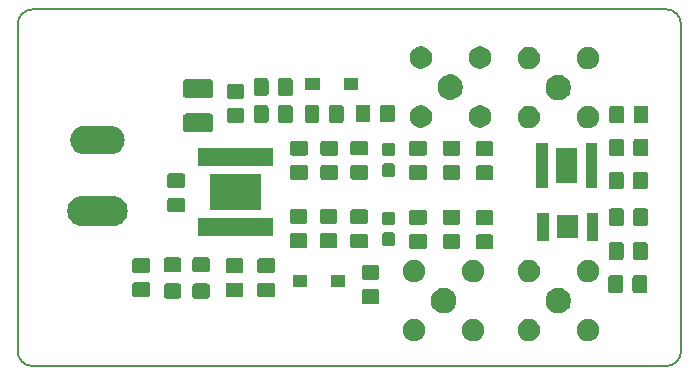
<source format=gbr>
G04 #@! TF.GenerationSoftware,KiCad,Pcbnew,(5.0.2)-1*
G04 #@! TF.CreationDate,2019-08-18T13:50:33-04:00*
G04 #@! TF.ProjectId,Dual-Rail-Op-Amp,4475616c-2d52-4616-996c-2d4f702d416d,rev?*
G04 #@! TF.SameCoordinates,Original*
G04 #@! TF.FileFunction,Soldermask,Top*
G04 #@! TF.FilePolarity,Negative*
%FSLAX46Y46*%
G04 Gerber Fmt 4.6, Leading zero omitted, Abs format (unit mm)*
G04 Created by KiCad (PCBNEW (5.0.2)-1) date 8/18/2019 1:50:33 PM*
%MOMM*%
%LPD*%
G01*
G04 APERTURE LIST*
%ADD10C,0.150000*%
%ADD11C,0.100000*%
G04 APERTURE END LIST*
D10*
X142989300Y-105346500D02*
X142989300Y-77724000D01*
X142989300Y-105346500D02*
G75*
G02X141693900Y-106641900I-1295400J0D01*
G01*
X141693900Y-76428600D02*
G75*
G02X142989300Y-77724000I0J-1295400D01*
G01*
X86804500Y-77724000D02*
G75*
G02X88099900Y-76428600I1295400J0D01*
G01*
X88099900Y-106641900D02*
G75*
G02X86804500Y-105346500I0J1295400D01*
G01*
X141693900Y-76428600D02*
X88099900Y-76428600D01*
X86804500Y-105346500D02*
X86804500Y-77724000D01*
X141693900Y-106641900D02*
X88099900Y-106641900D01*
D11*
G36*
X135365396Y-102677546D02*
X135538466Y-102749234D01*
X135694230Y-102853312D01*
X135826688Y-102985770D01*
X135930766Y-103141534D01*
X136002454Y-103314604D01*
X136039000Y-103498333D01*
X136039000Y-103685667D01*
X136002454Y-103869396D01*
X135930766Y-104042466D01*
X135826688Y-104198230D01*
X135694230Y-104330688D01*
X135538466Y-104434766D01*
X135365396Y-104506454D01*
X135181667Y-104543000D01*
X134994333Y-104543000D01*
X134810604Y-104506454D01*
X134637534Y-104434766D01*
X134481770Y-104330688D01*
X134349312Y-104198230D01*
X134245234Y-104042466D01*
X134173546Y-103869396D01*
X134137000Y-103685667D01*
X134137000Y-103498333D01*
X134173546Y-103314604D01*
X134245234Y-103141534D01*
X134349312Y-102985770D01*
X134481770Y-102853312D01*
X134637534Y-102749234D01*
X134810604Y-102677546D01*
X134994333Y-102641000D01*
X135181667Y-102641000D01*
X135365396Y-102677546D01*
X135365396Y-102677546D01*
G37*
G36*
X130365396Y-102677546D02*
X130538466Y-102749234D01*
X130694230Y-102853312D01*
X130826688Y-102985770D01*
X130930766Y-103141534D01*
X131002454Y-103314604D01*
X131039000Y-103498333D01*
X131039000Y-103685667D01*
X131002454Y-103869396D01*
X130930766Y-104042466D01*
X130826688Y-104198230D01*
X130694230Y-104330688D01*
X130538466Y-104434766D01*
X130365396Y-104506454D01*
X130181667Y-104543000D01*
X129994333Y-104543000D01*
X129810604Y-104506454D01*
X129637534Y-104434766D01*
X129481770Y-104330688D01*
X129349312Y-104198230D01*
X129245234Y-104042466D01*
X129173546Y-103869396D01*
X129137000Y-103685667D01*
X129137000Y-103498333D01*
X129173546Y-103314604D01*
X129245234Y-103141534D01*
X129349312Y-102985770D01*
X129481770Y-102853312D01*
X129637534Y-102749234D01*
X129810604Y-102677546D01*
X129994333Y-102641000D01*
X130181667Y-102641000D01*
X130365396Y-102677546D01*
X130365396Y-102677546D01*
G37*
G36*
X125662596Y-102677546D02*
X125835666Y-102749234D01*
X125991430Y-102853312D01*
X126123888Y-102985770D01*
X126227966Y-103141534D01*
X126299654Y-103314604D01*
X126336200Y-103498333D01*
X126336200Y-103685667D01*
X126299654Y-103869396D01*
X126227966Y-104042466D01*
X126123888Y-104198230D01*
X125991430Y-104330688D01*
X125835666Y-104434766D01*
X125662596Y-104506454D01*
X125478867Y-104543000D01*
X125291533Y-104543000D01*
X125107804Y-104506454D01*
X124934734Y-104434766D01*
X124778970Y-104330688D01*
X124646512Y-104198230D01*
X124542434Y-104042466D01*
X124470746Y-103869396D01*
X124434200Y-103685667D01*
X124434200Y-103498333D01*
X124470746Y-103314604D01*
X124542434Y-103141534D01*
X124646512Y-102985770D01*
X124778970Y-102853312D01*
X124934734Y-102749234D01*
X125107804Y-102677546D01*
X125291533Y-102641000D01*
X125478867Y-102641000D01*
X125662596Y-102677546D01*
X125662596Y-102677546D01*
G37*
G36*
X120662596Y-102677546D02*
X120835666Y-102749234D01*
X120991430Y-102853312D01*
X121123888Y-102985770D01*
X121227966Y-103141534D01*
X121299654Y-103314604D01*
X121336200Y-103498333D01*
X121336200Y-103685667D01*
X121299654Y-103869396D01*
X121227966Y-104042466D01*
X121123888Y-104198230D01*
X120991430Y-104330688D01*
X120835666Y-104434766D01*
X120662596Y-104506454D01*
X120478867Y-104543000D01*
X120291533Y-104543000D01*
X120107804Y-104506454D01*
X119934734Y-104434766D01*
X119778970Y-104330688D01*
X119646512Y-104198230D01*
X119542434Y-104042466D01*
X119470746Y-103869396D01*
X119434200Y-103685667D01*
X119434200Y-103498333D01*
X119470746Y-103314604D01*
X119542434Y-103141534D01*
X119646512Y-102985770D01*
X119778970Y-102853312D01*
X119934734Y-102749234D01*
X120107804Y-102677546D01*
X120291533Y-102641000D01*
X120478867Y-102641000D01*
X120662596Y-102677546D01*
X120662596Y-102677546D01*
G37*
G36*
X132745947Y-100026337D02*
X132901858Y-100057350D01*
X133097677Y-100138461D01*
X133171596Y-100187852D01*
X133273913Y-100256218D01*
X133423782Y-100406087D01*
X133423784Y-100406090D01*
X133541539Y-100582323D01*
X133622650Y-100778142D01*
X133641984Y-100875343D01*
X133664000Y-100986022D01*
X133664000Y-101197978D01*
X133660002Y-101218077D01*
X133622650Y-101405858D01*
X133541539Y-101601677D01*
X133541538Y-101601678D01*
X133423782Y-101777913D01*
X133273913Y-101927782D01*
X133273910Y-101927784D01*
X133097677Y-102045539D01*
X132901858Y-102126650D01*
X132745947Y-102157662D01*
X132693978Y-102168000D01*
X132482022Y-102168000D01*
X132430053Y-102157662D01*
X132274142Y-102126650D01*
X132078323Y-102045539D01*
X131902090Y-101927784D01*
X131902087Y-101927782D01*
X131752218Y-101777913D01*
X131634462Y-101601678D01*
X131634461Y-101601677D01*
X131553350Y-101405858D01*
X131515998Y-101218077D01*
X131512000Y-101197978D01*
X131512000Y-100986022D01*
X131534016Y-100875343D01*
X131553350Y-100778142D01*
X131634461Y-100582323D01*
X131752216Y-100406090D01*
X131752218Y-100406087D01*
X131902087Y-100256218D01*
X132004404Y-100187852D01*
X132078323Y-100138461D01*
X132274142Y-100057350D01*
X132430053Y-100026338D01*
X132482022Y-100016000D01*
X132693978Y-100016000D01*
X132745947Y-100026337D01*
X132745947Y-100026337D01*
G37*
G36*
X123043147Y-100026337D02*
X123199058Y-100057350D01*
X123394877Y-100138461D01*
X123468796Y-100187852D01*
X123571113Y-100256218D01*
X123720982Y-100406087D01*
X123720984Y-100406090D01*
X123838739Y-100582323D01*
X123919850Y-100778142D01*
X123939184Y-100875343D01*
X123961200Y-100986022D01*
X123961200Y-101197978D01*
X123957202Y-101218077D01*
X123919850Y-101405858D01*
X123838739Y-101601677D01*
X123838738Y-101601678D01*
X123720982Y-101777913D01*
X123571113Y-101927782D01*
X123571110Y-101927784D01*
X123394877Y-102045539D01*
X123199058Y-102126650D01*
X123043147Y-102157662D01*
X122991178Y-102168000D01*
X122779222Y-102168000D01*
X122727253Y-102157662D01*
X122571342Y-102126650D01*
X122375523Y-102045539D01*
X122199290Y-101927784D01*
X122199287Y-101927782D01*
X122049418Y-101777913D01*
X121931662Y-101601678D01*
X121931661Y-101601677D01*
X121850550Y-101405858D01*
X121813198Y-101218077D01*
X121809200Y-101197978D01*
X121809200Y-100986022D01*
X121831216Y-100875343D01*
X121850550Y-100778142D01*
X121931661Y-100582323D01*
X122049416Y-100406090D01*
X122049418Y-100406087D01*
X122199287Y-100256218D01*
X122301604Y-100187852D01*
X122375523Y-100138461D01*
X122571342Y-100057350D01*
X122727253Y-100026338D01*
X122779222Y-100016000D01*
X122991178Y-100016000D01*
X123043147Y-100026337D01*
X123043147Y-100026337D01*
G37*
G36*
X117276277Y-100132865D02*
X117313964Y-100144298D01*
X117348703Y-100162866D01*
X117379148Y-100187852D01*
X117404134Y-100218297D01*
X117422702Y-100253036D01*
X117434135Y-100290723D01*
X117438600Y-100336061D01*
X117438600Y-101172739D01*
X117434135Y-101218077D01*
X117422702Y-101255764D01*
X117404134Y-101290503D01*
X117379148Y-101320948D01*
X117348703Y-101345934D01*
X117313964Y-101364502D01*
X117276277Y-101375935D01*
X117230939Y-101380400D01*
X116144261Y-101380400D01*
X116098923Y-101375935D01*
X116061236Y-101364502D01*
X116026497Y-101345934D01*
X115996052Y-101320948D01*
X115971066Y-101290503D01*
X115952498Y-101255764D01*
X115941065Y-101218077D01*
X115936600Y-101172739D01*
X115936600Y-100336061D01*
X115941065Y-100290723D01*
X115952498Y-100253036D01*
X115971066Y-100218297D01*
X115996052Y-100187852D01*
X116026497Y-100162866D01*
X116061236Y-100144298D01*
X116098923Y-100132865D01*
X116144261Y-100128400D01*
X117230939Y-100128400D01*
X117276277Y-100132865D01*
X117276277Y-100132865D01*
G37*
G36*
X102888491Y-99633846D02*
X102937713Y-99648778D01*
X102983077Y-99673026D01*
X103022841Y-99705659D01*
X103055474Y-99745423D01*
X103079722Y-99790787D01*
X103094654Y-99840009D01*
X103100300Y-99897340D01*
X103100300Y-100661060D01*
X103094654Y-100718391D01*
X103079722Y-100767613D01*
X103055474Y-100812977D01*
X103022841Y-100852741D01*
X102983077Y-100885374D01*
X102937713Y-100909622D01*
X102888491Y-100924554D01*
X102831160Y-100930200D01*
X101867440Y-100930200D01*
X101810109Y-100924554D01*
X101760887Y-100909622D01*
X101715523Y-100885374D01*
X101675759Y-100852741D01*
X101643126Y-100812977D01*
X101618878Y-100767613D01*
X101603946Y-100718391D01*
X101598300Y-100661060D01*
X101598300Y-99897340D01*
X101603946Y-99840009D01*
X101618878Y-99790787D01*
X101643126Y-99745423D01*
X101675759Y-99705659D01*
X101715523Y-99673026D01*
X101760887Y-99648778D01*
X101810109Y-99633846D01*
X101867440Y-99628200D01*
X102831160Y-99628200D01*
X102888491Y-99633846D01*
X102888491Y-99633846D01*
G37*
G36*
X100468491Y-99633846D02*
X100517713Y-99648778D01*
X100563077Y-99673026D01*
X100602841Y-99705659D01*
X100635474Y-99745423D01*
X100659722Y-99790787D01*
X100674654Y-99840009D01*
X100680300Y-99897340D01*
X100680300Y-100661060D01*
X100674654Y-100718391D01*
X100659722Y-100767613D01*
X100635474Y-100812977D01*
X100602841Y-100852741D01*
X100563077Y-100885374D01*
X100517713Y-100909622D01*
X100468491Y-100924554D01*
X100411160Y-100930200D01*
X99447440Y-100930200D01*
X99390109Y-100924554D01*
X99340887Y-100909622D01*
X99295523Y-100885374D01*
X99255759Y-100852741D01*
X99223126Y-100812977D01*
X99198878Y-100767613D01*
X99183946Y-100718391D01*
X99178300Y-100661060D01*
X99178300Y-99897340D01*
X99183946Y-99840009D01*
X99198878Y-99790787D01*
X99223126Y-99745423D01*
X99255759Y-99705659D01*
X99295523Y-99673026D01*
X99340887Y-99648778D01*
X99390109Y-99633846D01*
X99447440Y-99628200D01*
X100411160Y-99628200D01*
X100468491Y-99633846D01*
X100468491Y-99633846D01*
G37*
G36*
X108449777Y-99565065D02*
X108487464Y-99576498D01*
X108522203Y-99595066D01*
X108552648Y-99620052D01*
X108577634Y-99650497D01*
X108596202Y-99685236D01*
X108607635Y-99722923D01*
X108612100Y-99768261D01*
X108612100Y-100604939D01*
X108607635Y-100650277D01*
X108596202Y-100687964D01*
X108577634Y-100722703D01*
X108552648Y-100753148D01*
X108522203Y-100778134D01*
X108487464Y-100796702D01*
X108449777Y-100808135D01*
X108404439Y-100812600D01*
X107317761Y-100812600D01*
X107272423Y-100808135D01*
X107234736Y-100796702D01*
X107199997Y-100778134D01*
X107169552Y-100753148D01*
X107144566Y-100722703D01*
X107125998Y-100687964D01*
X107114565Y-100650277D01*
X107110100Y-100604939D01*
X107110100Y-99768261D01*
X107114565Y-99722923D01*
X107125998Y-99685236D01*
X107144566Y-99650497D01*
X107169552Y-99620052D01*
X107199997Y-99595066D01*
X107234736Y-99576498D01*
X107272423Y-99565065D01*
X107317761Y-99560600D01*
X108404439Y-99560600D01*
X108449777Y-99565065D01*
X108449777Y-99565065D01*
G37*
G36*
X105757377Y-99565065D02*
X105795064Y-99576498D01*
X105829803Y-99595066D01*
X105860248Y-99620052D01*
X105885234Y-99650497D01*
X105903802Y-99685236D01*
X105915235Y-99722923D01*
X105919700Y-99768261D01*
X105919700Y-100604939D01*
X105915235Y-100650277D01*
X105903802Y-100687964D01*
X105885234Y-100722703D01*
X105860248Y-100753148D01*
X105829803Y-100778134D01*
X105795064Y-100796702D01*
X105757377Y-100808135D01*
X105712039Y-100812600D01*
X104625361Y-100812600D01*
X104580023Y-100808135D01*
X104542336Y-100796702D01*
X104507597Y-100778134D01*
X104477152Y-100753148D01*
X104452166Y-100722703D01*
X104433598Y-100687964D01*
X104422165Y-100650277D01*
X104417700Y-100604939D01*
X104417700Y-99768261D01*
X104422165Y-99722923D01*
X104433598Y-99685236D01*
X104452166Y-99650497D01*
X104477152Y-99620052D01*
X104507597Y-99595066D01*
X104542336Y-99576498D01*
X104580023Y-99565065D01*
X104625361Y-99560600D01*
X105712039Y-99560600D01*
X105757377Y-99565065D01*
X105757377Y-99565065D01*
G37*
G36*
X97857977Y-99548665D02*
X97895664Y-99560098D01*
X97930403Y-99578666D01*
X97960848Y-99603652D01*
X97985834Y-99634097D01*
X98004402Y-99668836D01*
X98015835Y-99706523D01*
X98020300Y-99751861D01*
X98020300Y-100588539D01*
X98015835Y-100633877D01*
X98004402Y-100671564D01*
X97985834Y-100706303D01*
X97960848Y-100736748D01*
X97930403Y-100761734D01*
X97895664Y-100780302D01*
X97857977Y-100791735D01*
X97812639Y-100796200D01*
X96725961Y-100796200D01*
X96680623Y-100791735D01*
X96642936Y-100780302D01*
X96608197Y-100761734D01*
X96577752Y-100736748D01*
X96552766Y-100706303D01*
X96534198Y-100671564D01*
X96522765Y-100633877D01*
X96518300Y-100588539D01*
X96518300Y-99751861D01*
X96522765Y-99706523D01*
X96534198Y-99668836D01*
X96552766Y-99634097D01*
X96577752Y-99603652D01*
X96608197Y-99578666D01*
X96642936Y-99560098D01*
X96680623Y-99548665D01*
X96725961Y-99544200D01*
X97812639Y-99544200D01*
X97857977Y-99548665D01*
X97857977Y-99548665D01*
G37*
G36*
X139960477Y-98948465D02*
X139998164Y-98959898D01*
X140032903Y-98978466D01*
X140063348Y-99003452D01*
X140088334Y-99033897D01*
X140106902Y-99068636D01*
X140118335Y-99106323D01*
X140122800Y-99151661D01*
X140122800Y-100238339D01*
X140118335Y-100283677D01*
X140106902Y-100321364D01*
X140088334Y-100356103D01*
X140063348Y-100386548D01*
X140032903Y-100411534D01*
X139998164Y-100430102D01*
X139960477Y-100441535D01*
X139915139Y-100446000D01*
X139078461Y-100446000D01*
X139033123Y-100441535D01*
X138995436Y-100430102D01*
X138960697Y-100411534D01*
X138930252Y-100386548D01*
X138905266Y-100356103D01*
X138886698Y-100321364D01*
X138875265Y-100283677D01*
X138870800Y-100238339D01*
X138870800Y-99151661D01*
X138875265Y-99106323D01*
X138886698Y-99068636D01*
X138905266Y-99033897D01*
X138930252Y-99003452D01*
X138960697Y-98978466D01*
X138995436Y-98959898D01*
X139033123Y-98948465D01*
X139078461Y-98944000D01*
X139915139Y-98944000D01*
X139960477Y-98948465D01*
X139960477Y-98948465D01*
G37*
G36*
X137910477Y-98948465D02*
X137948164Y-98959898D01*
X137982903Y-98978466D01*
X138013348Y-99003452D01*
X138038334Y-99033897D01*
X138056902Y-99068636D01*
X138068335Y-99106323D01*
X138072800Y-99151661D01*
X138072800Y-100238339D01*
X138068335Y-100283677D01*
X138056902Y-100321364D01*
X138038334Y-100356103D01*
X138013348Y-100386548D01*
X137982903Y-100411534D01*
X137948164Y-100430102D01*
X137910477Y-100441535D01*
X137865139Y-100446000D01*
X137028461Y-100446000D01*
X136983123Y-100441535D01*
X136945436Y-100430102D01*
X136910697Y-100411534D01*
X136880252Y-100386548D01*
X136855266Y-100356103D01*
X136836698Y-100321364D01*
X136825265Y-100283677D01*
X136820800Y-100238339D01*
X136820800Y-99151661D01*
X136825265Y-99106323D01*
X136836698Y-99068636D01*
X136855266Y-99033897D01*
X136880252Y-99003452D01*
X136910697Y-98978466D01*
X136945436Y-98959898D01*
X136983123Y-98948465D01*
X137028461Y-98944000D01*
X137865139Y-98944000D01*
X137910477Y-98948465D01*
X137910477Y-98948465D01*
G37*
G36*
X111289800Y-99941600D02*
X110087800Y-99941600D01*
X110087800Y-98889600D01*
X111289800Y-98889600D01*
X111289800Y-99941600D01*
X111289800Y-99941600D01*
G37*
G36*
X114549800Y-99941600D02*
X113347800Y-99941600D01*
X113347800Y-98889600D01*
X114549800Y-98889600D01*
X114549800Y-99941600D01*
X114549800Y-99941600D01*
G37*
G36*
X125662596Y-97677546D02*
X125835666Y-97749234D01*
X125991430Y-97853312D01*
X126123888Y-97985770D01*
X126227966Y-98141534D01*
X126299654Y-98314604D01*
X126336200Y-98498333D01*
X126336200Y-98685667D01*
X126299654Y-98869396D01*
X126227966Y-99042466D01*
X126123888Y-99198230D01*
X125991430Y-99330688D01*
X125835666Y-99434766D01*
X125662596Y-99506454D01*
X125478867Y-99543000D01*
X125291533Y-99543000D01*
X125107804Y-99506454D01*
X124934734Y-99434766D01*
X124778970Y-99330688D01*
X124646512Y-99198230D01*
X124542434Y-99042466D01*
X124470746Y-98869396D01*
X124434200Y-98685667D01*
X124434200Y-98498333D01*
X124470746Y-98314604D01*
X124542434Y-98141534D01*
X124646512Y-97985770D01*
X124778970Y-97853312D01*
X124934734Y-97749234D01*
X125107804Y-97677546D01*
X125291533Y-97641000D01*
X125478867Y-97641000D01*
X125662596Y-97677546D01*
X125662596Y-97677546D01*
G37*
G36*
X130365396Y-97677546D02*
X130538466Y-97749234D01*
X130694230Y-97853312D01*
X130826688Y-97985770D01*
X130930766Y-98141534D01*
X131002454Y-98314604D01*
X131039000Y-98498333D01*
X131039000Y-98685667D01*
X131002454Y-98869396D01*
X130930766Y-99042466D01*
X130826688Y-99198230D01*
X130694230Y-99330688D01*
X130538466Y-99434766D01*
X130365396Y-99506454D01*
X130181667Y-99543000D01*
X129994333Y-99543000D01*
X129810604Y-99506454D01*
X129637534Y-99434766D01*
X129481770Y-99330688D01*
X129349312Y-99198230D01*
X129245234Y-99042466D01*
X129173546Y-98869396D01*
X129137000Y-98685667D01*
X129137000Y-98498333D01*
X129173546Y-98314604D01*
X129245234Y-98141534D01*
X129349312Y-97985770D01*
X129481770Y-97853312D01*
X129637534Y-97749234D01*
X129810604Y-97677546D01*
X129994333Y-97641000D01*
X130181667Y-97641000D01*
X130365396Y-97677546D01*
X130365396Y-97677546D01*
G37*
G36*
X135365396Y-97677546D02*
X135538466Y-97749234D01*
X135694230Y-97853312D01*
X135826688Y-97985770D01*
X135930766Y-98141534D01*
X136002454Y-98314604D01*
X136039000Y-98498333D01*
X136039000Y-98685667D01*
X136002454Y-98869396D01*
X135930766Y-99042466D01*
X135826688Y-99198230D01*
X135694230Y-99330688D01*
X135538466Y-99434766D01*
X135365396Y-99506454D01*
X135181667Y-99543000D01*
X134994333Y-99543000D01*
X134810604Y-99506454D01*
X134637534Y-99434766D01*
X134481770Y-99330688D01*
X134349312Y-99198230D01*
X134245234Y-99042466D01*
X134173546Y-98869396D01*
X134137000Y-98685667D01*
X134137000Y-98498333D01*
X134173546Y-98314604D01*
X134245234Y-98141534D01*
X134349312Y-97985770D01*
X134481770Y-97853312D01*
X134637534Y-97749234D01*
X134810604Y-97677546D01*
X134994333Y-97641000D01*
X135181667Y-97641000D01*
X135365396Y-97677546D01*
X135365396Y-97677546D01*
G37*
G36*
X120662596Y-97677546D02*
X120835666Y-97749234D01*
X120991430Y-97853312D01*
X121123888Y-97985770D01*
X121227966Y-98141534D01*
X121299654Y-98314604D01*
X121336200Y-98498333D01*
X121336200Y-98685667D01*
X121299654Y-98869396D01*
X121227966Y-99042466D01*
X121123888Y-99198230D01*
X120991430Y-99330688D01*
X120835666Y-99434766D01*
X120662596Y-99506454D01*
X120478867Y-99543000D01*
X120291533Y-99543000D01*
X120107804Y-99506454D01*
X119934734Y-99434766D01*
X119778970Y-99330688D01*
X119646512Y-99198230D01*
X119542434Y-99042466D01*
X119470746Y-98869396D01*
X119434200Y-98685667D01*
X119434200Y-98498333D01*
X119470746Y-98314604D01*
X119542434Y-98141534D01*
X119646512Y-97985770D01*
X119778970Y-97853312D01*
X119934734Y-97749234D01*
X120107804Y-97677546D01*
X120291533Y-97641000D01*
X120478867Y-97641000D01*
X120662596Y-97677546D01*
X120662596Y-97677546D01*
G37*
G36*
X117276277Y-98082865D02*
X117313964Y-98094298D01*
X117348703Y-98112866D01*
X117379148Y-98137852D01*
X117404134Y-98168297D01*
X117422702Y-98203036D01*
X117434135Y-98240723D01*
X117438600Y-98286061D01*
X117438600Y-99122739D01*
X117434135Y-99168077D01*
X117422702Y-99205764D01*
X117404134Y-99240503D01*
X117379148Y-99270948D01*
X117348703Y-99295934D01*
X117313964Y-99314502D01*
X117276277Y-99325935D01*
X117230939Y-99330400D01*
X116144261Y-99330400D01*
X116098923Y-99325935D01*
X116061236Y-99314502D01*
X116026497Y-99295934D01*
X115996052Y-99270948D01*
X115971066Y-99240503D01*
X115952498Y-99205764D01*
X115941065Y-99168077D01*
X115936600Y-99122739D01*
X115936600Y-98286061D01*
X115941065Y-98240723D01*
X115952498Y-98203036D01*
X115971066Y-98168297D01*
X115996052Y-98137852D01*
X116026497Y-98112866D01*
X116061236Y-98094298D01*
X116098923Y-98082865D01*
X116144261Y-98078400D01*
X117230939Y-98078400D01*
X117276277Y-98082865D01*
X117276277Y-98082865D01*
G37*
G36*
X108449777Y-97515065D02*
X108487464Y-97526498D01*
X108522203Y-97545066D01*
X108552648Y-97570052D01*
X108577634Y-97600497D01*
X108596202Y-97635236D01*
X108607635Y-97672923D01*
X108612100Y-97718261D01*
X108612100Y-98554939D01*
X108607635Y-98600277D01*
X108596202Y-98637964D01*
X108577634Y-98672703D01*
X108552648Y-98703148D01*
X108522203Y-98728134D01*
X108487464Y-98746702D01*
X108449777Y-98758135D01*
X108404439Y-98762600D01*
X107317761Y-98762600D01*
X107272423Y-98758135D01*
X107234736Y-98746702D01*
X107199997Y-98728134D01*
X107169552Y-98703148D01*
X107144566Y-98672703D01*
X107125998Y-98637964D01*
X107114565Y-98600277D01*
X107110100Y-98554939D01*
X107110100Y-97718261D01*
X107114565Y-97672923D01*
X107125998Y-97635236D01*
X107144566Y-97600497D01*
X107169552Y-97570052D01*
X107199997Y-97545066D01*
X107234736Y-97526498D01*
X107272423Y-97515065D01*
X107317761Y-97510600D01*
X108404439Y-97510600D01*
X108449777Y-97515065D01*
X108449777Y-97515065D01*
G37*
G36*
X105757377Y-97515065D02*
X105795064Y-97526498D01*
X105829803Y-97545066D01*
X105860248Y-97570052D01*
X105885234Y-97600497D01*
X105903802Y-97635236D01*
X105915235Y-97672923D01*
X105919700Y-97718261D01*
X105919700Y-98554939D01*
X105915235Y-98600277D01*
X105903802Y-98637964D01*
X105885234Y-98672703D01*
X105860248Y-98703148D01*
X105829803Y-98728134D01*
X105795064Y-98746702D01*
X105757377Y-98758135D01*
X105712039Y-98762600D01*
X104625361Y-98762600D01*
X104580023Y-98758135D01*
X104542336Y-98746702D01*
X104507597Y-98728134D01*
X104477152Y-98703148D01*
X104452166Y-98672703D01*
X104433598Y-98637964D01*
X104422165Y-98600277D01*
X104417700Y-98554939D01*
X104417700Y-97718261D01*
X104422165Y-97672923D01*
X104433598Y-97635236D01*
X104452166Y-97600497D01*
X104477152Y-97570052D01*
X104507597Y-97545066D01*
X104542336Y-97526498D01*
X104580023Y-97515065D01*
X104625361Y-97510600D01*
X105712039Y-97510600D01*
X105757377Y-97515065D01*
X105757377Y-97515065D01*
G37*
G36*
X97857977Y-97498665D02*
X97895664Y-97510098D01*
X97930403Y-97528666D01*
X97960848Y-97553652D01*
X97985834Y-97584097D01*
X98004402Y-97618836D01*
X98015835Y-97656523D01*
X98020300Y-97701861D01*
X98020300Y-98538539D01*
X98015835Y-98583877D01*
X98004402Y-98621564D01*
X97985834Y-98656303D01*
X97960848Y-98686748D01*
X97930403Y-98711734D01*
X97895664Y-98730302D01*
X97857977Y-98741735D01*
X97812639Y-98746200D01*
X96725961Y-98746200D01*
X96680623Y-98741735D01*
X96642936Y-98730302D01*
X96608197Y-98711734D01*
X96577752Y-98686748D01*
X96552766Y-98656303D01*
X96534198Y-98621564D01*
X96522765Y-98583877D01*
X96518300Y-98538539D01*
X96518300Y-97701861D01*
X96522765Y-97656523D01*
X96534198Y-97618836D01*
X96552766Y-97584097D01*
X96577752Y-97553652D01*
X96608197Y-97528666D01*
X96642936Y-97510098D01*
X96680623Y-97498665D01*
X96725961Y-97494200D01*
X97812639Y-97494200D01*
X97857977Y-97498665D01*
X97857977Y-97498665D01*
G37*
G36*
X102888491Y-97413846D02*
X102937713Y-97428778D01*
X102983077Y-97453026D01*
X103022841Y-97485659D01*
X103055474Y-97525423D01*
X103079722Y-97570787D01*
X103094654Y-97620009D01*
X103100300Y-97677340D01*
X103100300Y-98441060D01*
X103094654Y-98498391D01*
X103079722Y-98547613D01*
X103055474Y-98592977D01*
X103022841Y-98632741D01*
X102983077Y-98665374D01*
X102937713Y-98689622D01*
X102888491Y-98704554D01*
X102831160Y-98710200D01*
X101867440Y-98710200D01*
X101810109Y-98704554D01*
X101760887Y-98689622D01*
X101715523Y-98665374D01*
X101675759Y-98632741D01*
X101643126Y-98592977D01*
X101618878Y-98547613D01*
X101603946Y-98498391D01*
X101598300Y-98441060D01*
X101598300Y-97677340D01*
X101603946Y-97620009D01*
X101618878Y-97570787D01*
X101643126Y-97525423D01*
X101675759Y-97485659D01*
X101715523Y-97453026D01*
X101760887Y-97428778D01*
X101810109Y-97413846D01*
X101867440Y-97408200D01*
X102831160Y-97408200D01*
X102888491Y-97413846D01*
X102888491Y-97413846D01*
G37*
G36*
X100468491Y-97413846D02*
X100517713Y-97428778D01*
X100563077Y-97453026D01*
X100602841Y-97485659D01*
X100635474Y-97525423D01*
X100659722Y-97570787D01*
X100674654Y-97620009D01*
X100680300Y-97677340D01*
X100680300Y-98441060D01*
X100674654Y-98498391D01*
X100659722Y-98547613D01*
X100635474Y-98592977D01*
X100602841Y-98632741D01*
X100563077Y-98665374D01*
X100517713Y-98689622D01*
X100468491Y-98704554D01*
X100411160Y-98710200D01*
X99447440Y-98710200D01*
X99390109Y-98704554D01*
X99340887Y-98689622D01*
X99295523Y-98665374D01*
X99255759Y-98632741D01*
X99223126Y-98592977D01*
X99198878Y-98547613D01*
X99183946Y-98498391D01*
X99178300Y-98441060D01*
X99178300Y-97677340D01*
X99183946Y-97620009D01*
X99198878Y-97570787D01*
X99223126Y-97525423D01*
X99255759Y-97485659D01*
X99295523Y-97453026D01*
X99340887Y-97428778D01*
X99390109Y-97413846D01*
X99447440Y-97408200D01*
X100411160Y-97408200D01*
X100468491Y-97413846D01*
X100468491Y-97413846D01*
G37*
G36*
X140003877Y-96154465D02*
X140041564Y-96165898D01*
X140076303Y-96184466D01*
X140106748Y-96209452D01*
X140131734Y-96239897D01*
X140150302Y-96274636D01*
X140161735Y-96312323D01*
X140166200Y-96357661D01*
X140166200Y-97444339D01*
X140161735Y-97489677D01*
X140150302Y-97527364D01*
X140131734Y-97562103D01*
X140106748Y-97592548D01*
X140076303Y-97617534D01*
X140041564Y-97636102D01*
X140003877Y-97647535D01*
X139958539Y-97652000D01*
X139121861Y-97652000D01*
X139076523Y-97647535D01*
X139038836Y-97636102D01*
X139004097Y-97617534D01*
X138973652Y-97592548D01*
X138948666Y-97562103D01*
X138930098Y-97527364D01*
X138918665Y-97489677D01*
X138914200Y-97444339D01*
X138914200Y-96357661D01*
X138918665Y-96312323D01*
X138930098Y-96274636D01*
X138948666Y-96239897D01*
X138973652Y-96209452D01*
X139004097Y-96184466D01*
X139038836Y-96165898D01*
X139076523Y-96154465D01*
X139121861Y-96150000D01*
X139958539Y-96150000D01*
X140003877Y-96154465D01*
X140003877Y-96154465D01*
G37*
G36*
X137953877Y-96154465D02*
X137991564Y-96165898D01*
X138026303Y-96184466D01*
X138056748Y-96209452D01*
X138081734Y-96239897D01*
X138100302Y-96274636D01*
X138111735Y-96312323D01*
X138116200Y-96357661D01*
X138116200Y-97444339D01*
X138111735Y-97489677D01*
X138100302Y-97527364D01*
X138081734Y-97562103D01*
X138056748Y-97592548D01*
X138026303Y-97617534D01*
X137991564Y-97636102D01*
X137953877Y-97647535D01*
X137908539Y-97652000D01*
X137071861Y-97652000D01*
X137026523Y-97647535D01*
X136988836Y-97636102D01*
X136954097Y-97617534D01*
X136923652Y-97592548D01*
X136898666Y-97562103D01*
X136880098Y-97527364D01*
X136868665Y-97489677D01*
X136864200Y-97444339D01*
X136864200Y-96357661D01*
X136868665Y-96312323D01*
X136880098Y-96274636D01*
X136898666Y-96239897D01*
X136923652Y-96209452D01*
X136954097Y-96184466D01*
X136988836Y-96165898D01*
X137026523Y-96154465D01*
X137071861Y-96150000D01*
X137908539Y-96150000D01*
X137953877Y-96154465D01*
X137953877Y-96154465D01*
G37*
G36*
X126928277Y-95492065D02*
X126965964Y-95503498D01*
X127000703Y-95522066D01*
X127031148Y-95547052D01*
X127056134Y-95577497D01*
X127074702Y-95612236D01*
X127086135Y-95649923D01*
X127090600Y-95695261D01*
X127090600Y-96531939D01*
X127086135Y-96577277D01*
X127074702Y-96614964D01*
X127056134Y-96649703D01*
X127031148Y-96680148D01*
X127000703Y-96705134D01*
X126965964Y-96723702D01*
X126928277Y-96735135D01*
X126882939Y-96739600D01*
X125796261Y-96739600D01*
X125750923Y-96735135D01*
X125713236Y-96723702D01*
X125678497Y-96705134D01*
X125648052Y-96680148D01*
X125623066Y-96649703D01*
X125604498Y-96614964D01*
X125593065Y-96577277D01*
X125588600Y-96531939D01*
X125588600Y-95695261D01*
X125593065Y-95649923D01*
X125604498Y-95612236D01*
X125623066Y-95577497D01*
X125648052Y-95547052D01*
X125678497Y-95522066D01*
X125713236Y-95503498D01*
X125750923Y-95492065D01*
X125796261Y-95487600D01*
X126882939Y-95487600D01*
X126928277Y-95492065D01*
X126928277Y-95492065D01*
G37*
G36*
X121289477Y-95459265D02*
X121327164Y-95470698D01*
X121361903Y-95489266D01*
X121392348Y-95514252D01*
X121417334Y-95544697D01*
X121435902Y-95579436D01*
X121447335Y-95617123D01*
X121451800Y-95662461D01*
X121451800Y-96499139D01*
X121447335Y-96544477D01*
X121435902Y-96582164D01*
X121417334Y-96616903D01*
X121392348Y-96647348D01*
X121361903Y-96672334D01*
X121327164Y-96690902D01*
X121289477Y-96702335D01*
X121244139Y-96706800D01*
X120157461Y-96706800D01*
X120112123Y-96702335D01*
X120074436Y-96690902D01*
X120039697Y-96672334D01*
X120009252Y-96647348D01*
X119984266Y-96616903D01*
X119965698Y-96582164D01*
X119954265Y-96544477D01*
X119949800Y-96499139D01*
X119949800Y-95662461D01*
X119954265Y-95617123D01*
X119965698Y-95579436D01*
X119984266Y-95544697D01*
X120009252Y-95514252D01*
X120039697Y-95489266D01*
X120074436Y-95470698D01*
X120112123Y-95459265D01*
X120157461Y-95454800D01*
X121244139Y-95454800D01*
X121289477Y-95459265D01*
X121289477Y-95459265D01*
G37*
G36*
X124134277Y-95459265D02*
X124171964Y-95470698D01*
X124206703Y-95489266D01*
X124237148Y-95514252D01*
X124262134Y-95544697D01*
X124280702Y-95579436D01*
X124292135Y-95617123D01*
X124296600Y-95662461D01*
X124296600Y-96499139D01*
X124292135Y-96544477D01*
X124280702Y-96582164D01*
X124262134Y-96616903D01*
X124237148Y-96647348D01*
X124206703Y-96672334D01*
X124171964Y-96690902D01*
X124134277Y-96702335D01*
X124088939Y-96706800D01*
X123002261Y-96706800D01*
X122956923Y-96702335D01*
X122919236Y-96690902D01*
X122884497Y-96672334D01*
X122854052Y-96647348D01*
X122829066Y-96616903D01*
X122810498Y-96582164D01*
X122799065Y-96544477D01*
X122794600Y-96499139D01*
X122794600Y-95662461D01*
X122799065Y-95617123D01*
X122810498Y-95579436D01*
X122829066Y-95544697D01*
X122854052Y-95514252D01*
X122884497Y-95489266D01*
X122919236Y-95470698D01*
X122956923Y-95459265D01*
X123002261Y-95454800D01*
X124088939Y-95454800D01*
X124134277Y-95459265D01*
X124134277Y-95459265D01*
G37*
G36*
X116311077Y-95421165D02*
X116348764Y-95432598D01*
X116383503Y-95451166D01*
X116413948Y-95476152D01*
X116438934Y-95506597D01*
X116457502Y-95541336D01*
X116468935Y-95579023D01*
X116473400Y-95624361D01*
X116473400Y-96461039D01*
X116468935Y-96506377D01*
X116457502Y-96544064D01*
X116438934Y-96578803D01*
X116413948Y-96609248D01*
X116383503Y-96634234D01*
X116348764Y-96652802D01*
X116311077Y-96664235D01*
X116265739Y-96668700D01*
X115179061Y-96668700D01*
X115133723Y-96664235D01*
X115096036Y-96652802D01*
X115061297Y-96634234D01*
X115030852Y-96609248D01*
X115005866Y-96578803D01*
X114987298Y-96544064D01*
X114975865Y-96506377D01*
X114971400Y-96461039D01*
X114971400Y-95624361D01*
X114975865Y-95579023D01*
X114987298Y-95541336D01*
X115005866Y-95506597D01*
X115030852Y-95476152D01*
X115061297Y-95451166D01*
X115096036Y-95432598D01*
X115133723Y-95421165D01*
X115179061Y-95416700D01*
X116265739Y-95416700D01*
X116311077Y-95421165D01*
X116311077Y-95421165D01*
G37*
G36*
X111192977Y-95399465D02*
X111230664Y-95410898D01*
X111265403Y-95429466D01*
X111295848Y-95454452D01*
X111320834Y-95484897D01*
X111339402Y-95519636D01*
X111350835Y-95557323D01*
X111355300Y-95602661D01*
X111355300Y-96439339D01*
X111350835Y-96484677D01*
X111339402Y-96522364D01*
X111320834Y-96557103D01*
X111295848Y-96587548D01*
X111265403Y-96612534D01*
X111230664Y-96631102D01*
X111192977Y-96642535D01*
X111147639Y-96647000D01*
X110060961Y-96647000D01*
X110015623Y-96642535D01*
X109977936Y-96631102D01*
X109943197Y-96612534D01*
X109912752Y-96587548D01*
X109887766Y-96557103D01*
X109869198Y-96522364D01*
X109857765Y-96484677D01*
X109853300Y-96439339D01*
X109853300Y-95602661D01*
X109857765Y-95557323D01*
X109869198Y-95519636D01*
X109887766Y-95484897D01*
X109912752Y-95454452D01*
X109943197Y-95429466D01*
X109977936Y-95410898D01*
X110015623Y-95399465D01*
X110060961Y-95395000D01*
X111147639Y-95395000D01*
X111192977Y-95399465D01*
X111192977Y-95399465D01*
G37*
G36*
X113732977Y-95390465D02*
X113770664Y-95401898D01*
X113805403Y-95420466D01*
X113835848Y-95445452D01*
X113860834Y-95475897D01*
X113879402Y-95510636D01*
X113890835Y-95548323D01*
X113895300Y-95593661D01*
X113895300Y-96430339D01*
X113890835Y-96475677D01*
X113879402Y-96513364D01*
X113860834Y-96548103D01*
X113835848Y-96578548D01*
X113805403Y-96603534D01*
X113770664Y-96622102D01*
X113732977Y-96633535D01*
X113687639Y-96638000D01*
X112600961Y-96638000D01*
X112555623Y-96633535D01*
X112517936Y-96622102D01*
X112483197Y-96603534D01*
X112452752Y-96578548D01*
X112427766Y-96548103D01*
X112409198Y-96513364D01*
X112397765Y-96475677D01*
X112393300Y-96430339D01*
X112393300Y-95593661D01*
X112397765Y-95548323D01*
X112409198Y-95510636D01*
X112427766Y-95475897D01*
X112452752Y-95445452D01*
X112483197Y-95420466D01*
X112517936Y-95401898D01*
X112555623Y-95390465D01*
X112600961Y-95386000D01*
X113687639Y-95386000D01*
X113732977Y-95390465D01*
X113732977Y-95390465D01*
G37*
G36*
X118576099Y-95310845D02*
X118613593Y-95322219D01*
X118648157Y-95340694D01*
X118678447Y-95365553D01*
X118703306Y-95395843D01*
X118721781Y-95430407D01*
X118733155Y-95467901D01*
X118737600Y-95513038D01*
X118737600Y-96251762D01*
X118733155Y-96296899D01*
X118721781Y-96334393D01*
X118703306Y-96368957D01*
X118678447Y-96399247D01*
X118648157Y-96424106D01*
X118613593Y-96442581D01*
X118576099Y-96453955D01*
X118530962Y-96458400D01*
X117892238Y-96458400D01*
X117847101Y-96453955D01*
X117809607Y-96442581D01*
X117775043Y-96424106D01*
X117744753Y-96399247D01*
X117719894Y-96368957D01*
X117701419Y-96334393D01*
X117690045Y-96296899D01*
X117685600Y-96251762D01*
X117685600Y-95513038D01*
X117690045Y-95467901D01*
X117701419Y-95430407D01*
X117719894Y-95395843D01*
X117744753Y-95365553D01*
X117775043Y-95340694D01*
X117809607Y-95322219D01*
X117847101Y-95310845D01*
X117892238Y-95306400D01*
X118530962Y-95306400D01*
X118576099Y-95310845D01*
X118576099Y-95310845D01*
G37*
G36*
X135976400Y-96047100D02*
X134984400Y-96047100D01*
X134984400Y-93640100D01*
X135976400Y-93640100D01*
X135976400Y-96047100D01*
X135976400Y-96047100D01*
G37*
G36*
X131766400Y-96047100D02*
X130774400Y-96047100D01*
X130774400Y-93640100D01*
X131766400Y-93640100D01*
X131766400Y-96047100D01*
X131766400Y-96047100D01*
G37*
G36*
X134266400Y-95834600D02*
X132484400Y-95834600D01*
X132484400Y-93852600D01*
X134266400Y-93852600D01*
X134266400Y-95834600D01*
X134266400Y-95834600D01*
G37*
G36*
X108471300Y-95623200D02*
X102069300Y-95623200D01*
X102069300Y-94071200D01*
X108471300Y-94071200D01*
X108471300Y-95623200D01*
X108471300Y-95623200D01*
G37*
G36*
X94935289Y-92201106D02*
X95078640Y-92215225D01*
X95323880Y-92289618D01*
X95323882Y-92289619D01*
X95549896Y-92410426D01*
X95747997Y-92573003D01*
X95910574Y-92771104D01*
X95910575Y-92771106D01*
X96031382Y-92997120D01*
X96105775Y-93242360D01*
X96130894Y-93497400D01*
X96105775Y-93752440D01*
X96031382Y-93997680D01*
X96031381Y-93997682D01*
X95910574Y-94223696D01*
X95747997Y-94421797D01*
X95549896Y-94584374D01*
X95438847Y-94643731D01*
X95323880Y-94705182D01*
X95078640Y-94779575D01*
X94935289Y-94793694D01*
X94887506Y-94798400D01*
X92259694Y-94798400D01*
X92211911Y-94793694D01*
X92068560Y-94779575D01*
X91823320Y-94705182D01*
X91708353Y-94643731D01*
X91597304Y-94584374D01*
X91399203Y-94421797D01*
X91236626Y-94223696D01*
X91115819Y-93997682D01*
X91115818Y-93997680D01*
X91041425Y-93752440D01*
X91016306Y-93497400D01*
X91041425Y-93242360D01*
X91115818Y-92997120D01*
X91236625Y-92771106D01*
X91236626Y-92771104D01*
X91399203Y-92573003D01*
X91597304Y-92410426D01*
X91823318Y-92289619D01*
X91823320Y-92289618D01*
X92068560Y-92215225D01*
X92211911Y-92201106D01*
X92259694Y-92196400D01*
X94887506Y-92196400D01*
X94935289Y-92201106D01*
X94935289Y-92201106D01*
G37*
G36*
X140016577Y-93284265D02*
X140054264Y-93295698D01*
X140089003Y-93314266D01*
X140119448Y-93339252D01*
X140144434Y-93369697D01*
X140163002Y-93404436D01*
X140174435Y-93442123D01*
X140178900Y-93487461D01*
X140178900Y-94574139D01*
X140174435Y-94619477D01*
X140163002Y-94657164D01*
X140144434Y-94691903D01*
X140119448Y-94722348D01*
X140089003Y-94747334D01*
X140054264Y-94765902D01*
X140016577Y-94777335D01*
X139971239Y-94781800D01*
X139134561Y-94781800D01*
X139089223Y-94777335D01*
X139051536Y-94765902D01*
X139016797Y-94747334D01*
X138986352Y-94722348D01*
X138961366Y-94691903D01*
X138942798Y-94657164D01*
X138931365Y-94619477D01*
X138926900Y-94574139D01*
X138926900Y-93487461D01*
X138931365Y-93442123D01*
X138942798Y-93404436D01*
X138961366Y-93369697D01*
X138986352Y-93339252D01*
X139016797Y-93314266D01*
X139051536Y-93295698D01*
X139089223Y-93284265D01*
X139134561Y-93279800D01*
X139971239Y-93279800D01*
X140016577Y-93284265D01*
X140016577Y-93284265D01*
G37*
G36*
X137966577Y-93284265D02*
X138004264Y-93295698D01*
X138039003Y-93314266D01*
X138069448Y-93339252D01*
X138094434Y-93369697D01*
X138113002Y-93404436D01*
X138124435Y-93442123D01*
X138128900Y-93487461D01*
X138128900Y-94574139D01*
X138124435Y-94619477D01*
X138113002Y-94657164D01*
X138094434Y-94691903D01*
X138069448Y-94722348D01*
X138039003Y-94747334D01*
X138004264Y-94765902D01*
X137966577Y-94777335D01*
X137921239Y-94781800D01*
X137084561Y-94781800D01*
X137039223Y-94777335D01*
X137001536Y-94765902D01*
X136966797Y-94747334D01*
X136936352Y-94722348D01*
X136911366Y-94691903D01*
X136892798Y-94657164D01*
X136881365Y-94619477D01*
X136876900Y-94574139D01*
X136876900Y-93487461D01*
X136881365Y-93442123D01*
X136892798Y-93404436D01*
X136911366Y-93369697D01*
X136936352Y-93339252D01*
X136966797Y-93314266D01*
X137001536Y-93295698D01*
X137039223Y-93284265D01*
X137084561Y-93279800D01*
X137921239Y-93279800D01*
X137966577Y-93284265D01*
X137966577Y-93284265D01*
G37*
G36*
X118576099Y-93560845D02*
X118613593Y-93572219D01*
X118648157Y-93590694D01*
X118678447Y-93615553D01*
X118703306Y-93645843D01*
X118721781Y-93680407D01*
X118733155Y-93717901D01*
X118737600Y-93763038D01*
X118737600Y-94501762D01*
X118733155Y-94546899D01*
X118721781Y-94584393D01*
X118703306Y-94618957D01*
X118678447Y-94649247D01*
X118648157Y-94674106D01*
X118613593Y-94692581D01*
X118576099Y-94703955D01*
X118530962Y-94708400D01*
X117892238Y-94708400D01*
X117847101Y-94703955D01*
X117809607Y-94692581D01*
X117775043Y-94674106D01*
X117744753Y-94649247D01*
X117719894Y-94618957D01*
X117701419Y-94584393D01*
X117690045Y-94546899D01*
X117685600Y-94501762D01*
X117685600Y-93763038D01*
X117690045Y-93717901D01*
X117701419Y-93680407D01*
X117719894Y-93645843D01*
X117744753Y-93615553D01*
X117775043Y-93590694D01*
X117809607Y-93572219D01*
X117847101Y-93560845D01*
X117892238Y-93556400D01*
X118530962Y-93556400D01*
X118576099Y-93560845D01*
X118576099Y-93560845D01*
G37*
G36*
X126928277Y-93442065D02*
X126965964Y-93453498D01*
X127000703Y-93472066D01*
X127031148Y-93497052D01*
X127056134Y-93527497D01*
X127074702Y-93562236D01*
X127086135Y-93599923D01*
X127090600Y-93645261D01*
X127090600Y-94481939D01*
X127086135Y-94527277D01*
X127074702Y-94564964D01*
X127056134Y-94599703D01*
X127031148Y-94630148D01*
X127000703Y-94655134D01*
X126965964Y-94673702D01*
X126928277Y-94685135D01*
X126882939Y-94689600D01*
X125796261Y-94689600D01*
X125750923Y-94685135D01*
X125713236Y-94673702D01*
X125678497Y-94655134D01*
X125648052Y-94630148D01*
X125623066Y-94599703D01*
X125604498Y-94564964D01*
X125593065Y-94527277D01*
X125588600Y-94481939D01*
X125588600Y-93645261D01*
X125593065Y-93599923D01*
X125604498Y-93562236D01*
X125623066Y-93527497D01*
X125648052Y-93497052D01*
X125678497Y-93472066D01*
X125713236Y-93453498D01*
X125750923Y-93442065D01*
X125796261Y-93437600D01*
X126882939Y-93437600D01*
X126928277Y-93442065D01*
X126928277Y-93442065D01*
G37*
G36*
X124134277Y-93409265D02*
X124171964Y-93420698D01*
X124206703Y-93439266D01*
X124237148Y-93464252D01*
X124262134Y-93494697D01*
X124280702Y-93529436D01*
X124292135Y-93567123D01*
X124296600Y-93612461D01*
X124296600Y-94449139D01*
X124292135Y-94494477D01*
X124280702Y-94532164D01*
X124262134Y-94566903D01*
X124237148Y-94597348D01*
X124206703Y-94622334D01*
X124171964Y-94640902D01*
X124134277Y-94652335D01*
X124088939Y-94656800D01*
X123002261Y-94656800D01*
X122956923Y-94652335D01*
X122919236Y-94640902D01*
X122884497Y-94622334D01*
X122854052Y-94597348D01*
X122829066Y-94566903D01*
X122810498Y-94532164D01*
X122799065Y-94494477D01*
X122794600Y-94449139D01*
X122794600Y-93612461D01*
X122799065Y-93567123D01*
X122810498Y-93529436D01*
X122829066Y-93494697D01*
X122854052Y-93464252D01*
X122884497Y-93439266D01*
X122919236Y-93420698D01*
X122956923Y-93409265D01*
X123002261Y-93404800D01*
X124088939Y-93404800D01*
X124134277Y-93409265D01*
X124134277Y-93409265D01*
G37*
G36*
X121289477Y-93409265D02*
X121327164Y-93420698D01*
X121361903Y-93439266D01*
X121392348Y-93464252D01*
X121417334Y-93494697D01*
X121435902Y-93529436D01*
X121447335Y-93567123D01*
X121451800Y-93612461D01*
X121451800Y-94449139D01*
X121447335Y-94494477D01*
X121435902Y-94532164D01*
X121417334Y-94566903D01*
X121392348Y-94597348D01*
X121361903Y-94622334D01*
X121327164Y-94640902D01*
X121289477Y-94652335D01*
X121244139Y-94656800D01*
X120157461Y-94656800D01*
X120112123Y-94652335D01*
X120074436Y-94640902D01*
X120039697Y-94622334D01*
X120009252Y-94597348D01*
X119984266Y-94566903D01*
X119965698Y-94532164D01*
X119954265Y-94494477D01*
X119949800Y-94449139D01*
X119949800Y-93612461D01*
X119954265Y-93567123D01*
X119965698Y-93529436D01*
X119984266Y-93494697D01*
X120009252Y-93464252D01*
X120039697Y-93439266D01*
X120074436Y-93420698D01*
X120112123Y-93409265D01*
X120157461Y-93404800D01*
X121244139Y-93404800D01*
X121289477Y-93409265D01*
X121289477Y-93409265D01*
G37*
G36*
X116311077Y-93371165D02*
X116348764Y-93382598D01*
X116383503Y-93401166D01*
X116413948Y-93426152D01*
X116438934Y-93456597D01*
X116457502Y-93491336D01*
X116468935Y-93529023D01*
X116473400Y-93574361D01*
X116473400Y-94411039D01*
X116468935Y-94456377D01*
X116457502Y-94494064D01*
X116438934Y-94528803D01*
X116413948Y-94559248D01*
X116383503Y-94584234D01*
X116348764Y-94602802D01*
X116311077Y-94614235D01*
X116265739Y-94618700D01*
X115179061Y-94618700D01*
X115133723Y-94614235D01*
X115096036Y-94602802D01*
X115061297Y-94584234D01*
X115030852Y-94559248D01*
X115005866Y-94528803D01*
X114987298Y-94494064D01*
X114975865Y-94456377D01*
X114971400Y-94411039D01*
X114971400Y-93574361D01*
X114975865Y-93529023D01*
X114987298Y-93491336D01*
X115005866Y-93456597D01*
X115030852Y-93426152D01*
X115061297Y-93401166D01*
X115096036Y-93382598D01*
X115133723Y-93371165D01*
X115179061Y-93366700D01*
X116265739Y-93366700D01*
X116311077Y-93371165D01*
X116311077Y-93371165D01*
G37*
G36*
X111192977Y-93349465D02*
X111230664Y-93360898D01*
X111265403Y-93379466D01*
X111295848Y-93404452D01*
X111320834Y-93434897D01*
X111339402Y-93469636D01*
X111350835Y-93507323D01*
X111355300Y-93552661D01*
X111355300Y-94389339D01*
X111350835Y-94434677D01*
X111339402Y-94472364D01*
X111320834Y-94507103D01*
X111295848Y-94537548D01*
X111265403Y-94562534D01*
X111230664Y-94581102D01*
X111192977Y-94592535D01*
X111147639Y-94597000D01*
X110060961Y-94597000D01*
X110015623Y-94592535D01*
X109977936Y-94581102D01*
X109943197Y-94562534D01*
X109912752Y-94537548D01*
X109887766Y-94507103D01*
X109869198Y-94472364D01*
X109857765Y-94434677D01*
X109853300Y-94389339D01*
X109853300Y-93552661D01*
X109857765Y-93507323D01*
X109869198Y-93469636D01*
X109887766Y-93434897D01*
X109912752Y-93404452D01*
X109943197Y-93379466D01*
X109977936Y-93360898D01*
X110015623Y-93349465D01*
X110060961Y-93345000D01*
X111147639Y-93345000D01*
X111192977Y-93349465D01*
X111192977Y-93349465D01*
G37*
G36*
X113732977Y-93340465D02*
X113770664Y-93351898D01*
X113805403Y-93370466D01*
X113835848Y-93395452D01*
X113860834Y-93425897D01*
X113879402Y-93460636D01*
X113890835Y-93498323D01*
X113895300Y-93543661D01*
X113895300Y-94380339D01*
X113890835Y-94425677D01*
X113879402Y-94463364D01*
X113860834Y-94498103D01*
X113835848Y-94528548D01*
X113805403Y-94553534D01*
X113770664Y-94572102D01*
X113732977Y-94583535D01*
X113687639Y-94588000D01*
X112600961Y-94588000D01*
X112555623Y-94583535D01*
X112517936Y-94572102D01*
X112483197Y-94553534D01*
X112452752Y-94528548D01*
X112427766Y-94498103D01*
X112409198Y-94463364D01*
X112397765Y-94425677D01*
X112393300Y-94380339D01*
X112393300Y-93543661D01*
X112397765Y-93498323D01*
X112409198Y-93460636D01*
X112427766Y-93425897D01*
X112452752Y-93395452D01*
X112483197Y-93370466D01*
X112517936Y-93351898D01*
X112555623Y-93340465D01*
X112600961Y-93336000D01*
X113687639Y-93336000D01*
X113732977Y-93340465D01*
X113732977Y-93340465D01*
G37*
G36*
X100829777Y-92376865D02*
X100867464Y-92388298D01*
X100902203Y-92406866D01*
X100932648Y-92431852D01*
X100957634Y-92462297D01*
X100976202Y-92497036D01*
X100987635Y-92534723D01*
X100992100Y-92580061D01*
X100992100Y-93416739D01*
X100987635Y-93462077D01*
X100976202Y-93499764D01*
X100957634Y-93534503D01*
X100932648Y-93564948D01*
X100902203Y-93589934D01*
X100867464Y-93608502D01*
X100829777Y-93619935D01*
X100784439Y-93624400D01*
X99697761Y-93624400D01*
X99652423Y-93619935D01*
X99614736Y-93608502D01*
X99579997Y-93589934D01*
X99549552Y-93564948D01*
X99524566Y-93534503D01*
X99505998Y-93499764D01*
X99494565Y-93462077D01*
X99490100Y-93416739D01*
X99490100Y-92580061D01*
X99494565Y-92534723D01*
X99505998Y-92497036D01*
X99524566Y-92462297D01*
X99549552Y-92431852D01*
X99579997Y-92406866D01*
X99614736Y-92388298D01*
X99652423Y-92376865D01*
X99697761Y-92372400D01*
X100784439Y-92372400D01*
X100829777Y-92376865D01*
X100829777Y-92376865D01*
G37*
G36*
X107421300Y-93448200D02*
X103119300Y-93448200D01*
X103119300Y-90346200D01*
X107421300Y-90346200D01*
X107421300Y-93448200D01*
X107421300Y-93448200D01*
G37*
G36*
X137960227Y-90185465D02*
X137997914Y-90196898D01*
X138032653Y-90215466D01*
X138063098Y-90240452D01*
X138088084Y-90270897D01*
X138106652Y-90305636D01*
X138118085Y-90343323D01*
X138122550Y-90388661D01*
X138122550Y-91475339D01*
X138118085Y-91520677D01*
X138106652Y-91558364D01*
X138088084Y-91593103D01*
X138063098Y-91623548D01*
X138032653Y-91648534D01*
X137997914Y-91667102D01*
X137960227Y-91678535D01*
X137914889Y-91683000D01*
X137078211Y-91683000D01*
X137032873Y-91678535D01*
X136995186Y-91667102D01*
X136960447Y-91648534D01*
X136930002Y-91623548D01*
X136905016Y-91593103D01*
X136886448Y-91558364D01*
X136875015Y-91520677D01*
X136870550Y-91475339D01*
X136870550Y-90388661D01*
X136875015Y-90343323D01*
X136886448Y-90305636D01*
X136905016Y-90270897D01*
X136930002Y-90240452D01*
X136960447Y-90215466D01*
X136995186Y-90196898D01*
X137032873Y-90185465D01*
X137078211Y-90181000D01*
X137914889Y-90181000D01*
X137960227Y-90185465D01*
X137960227Y-90185465D01*
G37*
G36*
X140010227Y-90185465D02*
X140047914Y-90196898D01*
X140082653Y-90215466D01*
X140113098Y-90240452D01*
X140138084Y-90270897D01*
X140156652Y-90305636D01*
X140168085Y-90343323D01*
X140172550Y-90388661D01*
X140172550Y-91475339D01*
X140168085Y-91520677D01*
X140156652Y-91558364D01*
X140138084Y-91593103D01*
X140113098Y-91623548D01*
X140082653Y-91648534D01*
X140047914Y-91667102D01*
X140010227Y-91678535D01*
X139964889Y-91683000D01*
X139128211Y-91683000D01*
X139082873Y-91678535D01*
X139045186Y-91667102D01*
X139010447Y-91648534D01*
X138980002Y-91623548D01*
X138955016Y-91593103D01*
X138936448Y-91558364D01*
X138925015Y-91520677D01*
X138920550Y-91475339D01*
X138920550Y-90388661D01*
X138925015Y-90343323D01*
X138936448Y-90305636D01*
X138955016Y-90270897D01*
X138980002Y-90240452D01*
X139010447Y-90215466D01*
X139045186Y-90196898D01*
X139082873Y-90185465D01*
X139128211Y-90181000D01*
X139964889Y-90181000D01*
X140010227Y-90185465D01*
X140010227Y-90185465D01*
G37*
G36*
X100829777Y-90326865D02*
X100867464Y-90338298D01*
X100902203Y-90356866D01*
X100932648Y-90381852D01*
X100957634Y-90412297D01*
X100976202Y-90447036D01*
X100987635Y-90484723D01*
X100992100Y-90530061D01*
X100992100Y-91366739D01*
X100987635Y-91412077D01*
X100976202Y-91449764D01*
X100957634Y-91484503D01*
X100932648Y-91514948D01*
X100902203Y-91539934D01*
X100867464Y-91558502D01*
X100829777Y-91569935D01*
X100784439Y-91574400D01*
X99697761Y-91574400D01*
X99652423Y-91569935D01*
X99614736Y-91558502D01*
X99579997Y-91539934D01*
X99549552Y-91514948D01*
X99524566Y-91484503D01*
X99505998Y-91449764D01*
X99494565Y-91412077D01*
X99490100Y-91366739D01*
X99490100Y-90530061D01*
X99494565Y-90484723D01*
X99505998Y-90447036D01*
X99524566Y-90412297D01*
X99549552Y-90381852D01*
X99579997Y-90356866D01*
X99614736Y-90338298D01*
X99652423Y-90326865D01*
X99697761Y-90322400D01*
X100784439Y-90322400D01*
X100829777Y-90326865D01*
X100829777Y-90326865D01*
G37*
G36*
X135887500Y-91522600D02*
X134895500Y-91522600D01*
X134895500Y-87750600D01*
X135887500Y-87750600D01*
X135887500Y-91522600D01*
X135887500Y-91522600D01*
G37*
G36*
X131677500Y-91522600D02*
X130685500Y-91522600D01*
X130685500Y-87750600D01*
X131677500Y-87750600D01*
X131677500Y-91522600D01*
X131677500Y-91522600D01*
G37*
G36*
X134162500Y-91112600D02*
X132410500Y-91112600D01*
X132410500Y-88160600D01*
X134162500Y-88160600D01*
X134162500Y-91112600D01*
X134162500Y-91112600D01*
G37*
G36*
X126928277Y-89650065D02*
X126965964Y-89661498D01*
X127000703Y-89680066D01*
X127031148Y-89705052D01*
X127056134Y-89735497D01*
X127074702Y-89770236D01*
X127086135Y-89807923D01*
X127090600Y-89853261D01*
X127090600Y-90689939D01*
X127086135Y-90735277D01*
X127074702Y-90772964D01*
X127056134Y-90807703D01*
X127031148Y-90838148D01*
X127000703Y-90863134D01*
X126965964Y-90881702D01*
X126928277Y-90893135D01*
X126882939Y-90897600D01*
X125796261Y-90897600D01*
X125750923Y-90893135D01*
X125713236Y-90881702D01*
X125678497Y-90863134D01*
X125648052Y-90838148D01*
X125623066Y-90807703D01*
X125604498Y-90772964D01*
X125593065Y-90735277D01*
X125588600Y-90689939D01*
X125588600Y-89853261D01*
X125593065Y-89807923D01*
X125604498Y-89770236D01*
X125623066Y-89735497D01*
X125648052Y-89705052D01*
X125678497Y-89680066D01*
X125713236Y-89661498D01*
X125750923Y-89650065D01*
X125796261Y-89645600D01*
X126882939Y-89645600D01*
X126928277Y-89650065D01*
X126928277Y-89650065D01*
G37*
G36*
X111218377Y-89617265D02*
X111256064Y-89628698D01*
X111290803Y-89647266D01*
X111321248Y-89672252D01*
X111346234Y-89702697D01*
X111364802Y-89737436D01*
X111376235Y-89775123D01*
X111380700Y-89820461D01*
X111380700Y-90657139D01*
X111376235Y-90702477D01*
X111364802Y-90740164D01*
X111346234Y-90774903D01*
X111321248Y-90805348D01*
X111290803Y-90830334D01*
X111256064Y-90848902D01*
X111218377Y-90860335D01*
X111173039Y-90864800D01*
X110086361Y-90864800D01*
X110041023Y-90860335D01*
X110003336Y-90848902D01*
X109968597Y-90830334D01*
X109938152Y-90805348D01*
X109913166Y-90774903D01*
X109894598Y-90740164D01*
X109883165Y-90702477D01*
X109878700Y-90657139D01*
X109878700Y-89820461D01*
X109883165Y-89775123D01*
X109894598Y-89737436D01*
X109913166Y-89702697D01*
X109938152Y-89672252D01*
X109968597Y-89647266D01*
X110003336Y-89628698D01*
X110041023Y-89617265D01*
X110086361Y-89612800D01*
X111173039Y-89612800D01*
X111218377Y-89617265D01*
X111218377Y-89617265D01*
G37*
G36*
X113783777Y-89617265D02*
X113821464Y-89628698D01*
X113856203Y-89647266D01*
X113886648Y-89672252D01*
X113911634Y-89702697D01*
X113930202Y-89737436D01*
X113941635Y-89775123D01*
X113946100Y-89820461D01*
X113946100Y-90657139D01*
X113941635Y-90702477D01*
X113930202Y-90740164D01*
X113911634Y-90774903D01*
X113886648Y-90805348D01*
X113856203Y-90830334D01*
X113821464Y-90848902D01*
X113783777Y-90860335D01*
X113738439Y-90864800D01*
X112651761Y-90864800D01*
X112606423Y-90860335D01*
X112568736Y-90848902D01*
X112533997Y-90830334D01*
X112503552Y-90805348D01*
X112478566Y-90774903D01*
X112459998Y-90740164D01*
X112448565Y-90702477D01*
X112444100Y-90657139D01*
X112444100Y-89820461D01*
X112448565Y-89775123D01*
X112459998Y-89737436D01*
X112478566Y-89702697D01*
X112503552Y-89672252D01*
X112533997Y-89647266D01*
X112568736Y-89628698D01*
X112606423Y-89617265D01*
X112651761Y-89612800D01*
X113738439Y-89612800D01*
X113783777Y-89617265D01*
X113783777Y-89617265D01*
G37*
G36*
X124134277Y-89617265D02*
X124171964Y-89628698D01*
X124206703Y-89647266D01*
X124237148Y-89672252D01*
X124262134Y-89702697D01*
X124280702Y-89737436D01*
X124292135Y-89775123D01*
X124296600Y-89820461D01*
X124296600Y-90657139D01*
X124292135Y-90702477D01*
X124280702Y-90740164D01*
X124262134Y-90774903D01*
X124237148Y-90805348D01*
X124206703Y-90830334D01*
X124171964Y-90848902D01*
X124134277Y-90860335D01*
X124088939Y-90864800D01*
X123002261Y-90864800D01*
X122956923Y-90860335D01*
X122919236Y-90848902D01*
X122884497Y-90830334D01*
X122854052Y-90805348D01*
X122829066Y-90774903D01*
X122810498Y-90740164D01*
X122799065Y-90702477D01*
X122794600Y-90657139D01*
X122794600Y-89820461D01*
X122799065Y-89775123D01*
X122810498Y-89737436D01*
X122829066Y-89702697D01*
X122854052Y-89672252D01*
X122884497Y-89647266D01*
X122919236Y-89628698D01*
X122956923Y-89617265D01*
X123002261Y-89612800D01*
X124088939Y-89612800D01*
X124134277Y-89617265D01*
X124134277Y-89617265D01*
G37*
G36*
X121289477Y-89617265D02*
X121327164Y-89628698D01*
X121361903Y-89647266D01*
X121392348Y-89672252D01*
X121417334Y-89702697D01*
X121435902Y-89737436D01*
X121447335Y-89775123D01*
X121451800Y-89820461D01*
X121451800Y-90657139D01*
X121447335Y-90702477D01*
X121435902Y-90740164D01*
X121417334Y-90774903D01*
X121392348Y-90805348D01*
X121361903Y-90830334D01*
X121327164Y-90848902D01*
X121289477Y-90860335D01*
X121244139Y-90864800D01*
X120157461Y-90864800D01*
X120112123Y-90860335D01*
X120074436Y-90848902D01*
X120039697Y-90830334D01*
X120009252Y-90805348D01*
X119984266Y-90774903D01*
X119965698Y-90740164D01*
X119954265Y-90702477D01*
X119949800Y-90657139D01*
X119949800Y-89820461D01*
X119954265Y-89775123D01*
X119965698Y-89737436D01*
X119984266Y-89702697D01*
X120009252Y-89672252D01*
X120039697Y-89647266D01*
X120074436Y-89628698D01*
X120112123Y-89617265D01*
X120157461Y-89612800D01*
X121244139Y-89612800D01*
X121289477Y-89617265D01*
X121289477Y-89617265D01*
G37*
G36*
X116323777Y-89599265D02*
X116361464Y-89610698D01*
X116396203Y-89629266D01*
X116426648Y-89654252D01*
X116451634Y-89684697D01*
X116470202Y-89719436D01*
X116481635Y-89757123D01*
X116486100Y-89802461D01*
X116486100Y-90639139D01*
X116481635Y-90684477D01*
X116470202Y-90722164D01*
X116451634Y-90756903D01*
X116426648Y-90787348D01*
X116396203Y-90812334D01*
X116361464Y-90830902D01*
X116323777Y-90842335D01*
X116278439Y-90846800D01*
X115191761Y-90846800D01*
X115146423Y-90842335D01*
X115108736Y-90830902D01*
X115073997Y-90812334D01*
X115043552Y-90787348D01*
X115018566Y-90756903D01*
X114999998Y-90722164D01*
X114988565Y-90684477D01*
X114984100Y-90639139D01*
X114984100Y-89802461D01*
X114988565Y-89757123D01*
X114999998Y-89719436D01*
X115018566Y-89684697D01*
X115043552Y-89654252D01*
X115073997Y-89629266D01*
X115108736Y-89610698D01*
X115146423Y-89599265D01*
X115191761Y-89594800D01*
X116278439Y-89594800D01*
X116323777Y-89599265D01*
X116323777Y-89599265D01*
G37*
G36*
X118576099Y-89468845D02*
X118613593Y-89480219D01*
X118648157Y-89498694D01*
X118678447Y-89523553D01*
X118703306Y-89553843D01*
X118721781Y-89588407D01*
X118733155Y-89625901D01*
X118737600Y-89671038D01*
X118737600Y-90409762D01*
X118733155Y-90454899D01*
X118721781Y-90492393D01*
X118703306Y-90526957D01*
X118678447Y-90557247D01*
X118648157Y-90582106D01*
X118613593Y-90600581D01*
X118576099Y-90611955D01*
X118530962Y-90616400D01*
X117892238Y-90616400D01*
X117847101Y-90611955D01*
X117809607Y-90600581D01*
X117775043Y-90582106D01*
X117744753Y-90557247D01*
X117719894Y-90526957D01*
X117701419Y-90492393D01*
X117690045Y-90454899D01*
X117685600Y-90409762D01*
X117685600Y-89671038D01*
X117690045Y-89625901D01*
X117701419Y-89588407D01*
X117719894Y-89553843D01*
X117744753Y-89523553D01*
X117775043Y-89498694D01*
X117809607Y-89480219D01*
X117847101Y-89468845D01*
X117892238Y-89464400D01*
X118530962Y-89464400D01*
X118576099Y-89468845D01*
X118576099Y-89468845D01*
G37*
G36*
X108471300Y-89723200D02*
X102069300Y-89723200D01*
X102069300Y-88171200D01*
X108471300Y-88171200D01*
X108471300Y-89723200D01*
X108471300Y-89723200D01*
G37*
G36*
X137995677Y-87391465D02*
X138033364Y-87402898D01*
X138068103Y-87421466D01*
X138098548Y-87446452D01*
X138123534Y-87476897D01*
X138142102Y-87511636D01*
X138153535Y-87549323D01*
X138158000Y-87594661D01*
X138158000Y-88681339D01*
X138153535Y-88726677D01*
X138142102Y-88764364D01*
X138123534Y-88799103D01*
X138098548Y-88829548D01*
X138068103Y-88854534D01*
X138033364Y-88873102D01*
X137995677Y-88884535D01*
X137950339Y-88889000D01*
X137113661Y-88889000D01*
X137068323Y-88884535D01*
X137030636Y-88873102D01*
X136995897Y-88854534D01*
X136965452Y-88829548D01*
X136940466Y-88799103D01*
X136921898Y-88764364D01*
X136910465Y-88726677D01*
X136906000Y-88681339D01*
X136906000Y-87594661D01*
X136910465Y-87549323D01*
X136921898Y-87511636D01*
X136940466Y-87476897D01*
X136965452Y-87446452D01*
X136995897Y-87421466D01*
X137030636Y-87402898D01*
X137068323Y-87391465D01*
X137113661Y-87387000D01*
X137950339Y-87387000D01*
X137995677Y-87391465D01*
X137995677Y-87391465D01*
G37*
G36*
X140045677Y-87391465D02*
X140083364Y-87402898D01*
X140118103Y-87421466D01*
X140148548Y-87446452D01*
X140173534Y-87476897D01*
X140192102Y-87511636D01*
X140203535Y-87549323D01*
X140208000Y-87594661D01*
X140208000Y-88681339D01*
X140203535Y-88726677D01*
X140192102Y-88764364D01*
X140173534Y-88799103D01*
X140148548Y-88829548D01*
X140118103Y-88854534D01*
X140083364Y-88873102D01*
X140045677Y-88884535D01*
X140000339Y-88889000D01*
X139163661Y-88889000D01*
X139118323Y-88884535D01*
X139080636Y-88873102D01*
X139045897Y-88854534D01*
X139015452Y-88829548D01*
X138990466Y-88799103D01*
X138971898Y-88764364D01*
X138960465Y-88726677D01*
X138956000Y-88681339D01*
X138956000Y-87594661D01*
X138960465Y-87549323D01*
X138971898Y-87511636D01*
X138990466Y-87476897D01*
X139015452Y-87446452D01*
X139045897Y-87421466D01*
X139080636Y-87402898D01*
X139118323Y-87391465D01*
X139163661Y-87387000D01*
X140000339Y-87387000D01*
X140045677Y-87391465D01*
X140045677Y-87391465D01*
G37*
G36*
X118576099Y-87718845D02*
X118613593Y-87730219D01*
X118648157Y-87748694D01*
X118678447Y-87773553D01*
X118703306Y-87803843D01*
X118721781Y-87838407D01*
X118733155Y-87875901D01*
X118737600Y-87921038D01*
X118737600Y-88659762D01*
X118733155Y-88704899D01*
X118721781Y-88742393D01*
X118703306Y-88776957D01*
X118678447Y-88807247D01*
X118648157Y-88832106D01*
X118613593Y-88850581D01*
X118576099Y-88861955D01*
X118530962Y-88866400D01*
X117892238Y-88866400D01*
X117847101Y-88861955D01*
X117809607Y-88850581D01*
X117775043Y-88832106D01*
X117744753Y-88807247D01*
X117719894Y-88776957D01*
X117701419Y-88742393D01*
X117690045Y-88704899D01*
X117685600Y-88659762D01*
X117685600Y-87921038D01*
X117690045Y-87875901D01*
X117701419Y-87838407D01*
X117719894Y-87803843D01*
X117744753Y-87773553D01*
X117775043Y-87748694D01*
X117809607Y-87730219D01*
X117847101Y-87718845D01*
X117892238Y-87714400D01*
X118530962Y-87714400D01*
X118576099Y-87718845D01*
X118576099Y-87718845D01*
G37*
G36*
X126928277Y-87600065D02*
X126965964Y-87611498D01*
X127000703Y-87630066D01*
X127031148Y-87655052D01*
X127056134Y-87685497D01*
X127074702Y-87720236D01*
X127086135Y-87757923D01*
X127090600Y-87803261D01*
X127090600Y-88639939D01*
X127086135Y-88685277D01*
X127074702Y-88722964D01*
X127056134Y-88757703D01*
X127031148Y-88788148D01*
X127000703Y-88813134D01*
X126965964Y-88831702D01*
X126928277Y-88843135D01*
X126882939Y-88847600D01*
X125796261Y-88847600D01*
X125750923Y-88843135D01*
X125713236Y-88831702D01*
X125678497Y-88813134D01*
X125648052Y-88788148D01*
X125623066Y-88757703D01*
X125604498Y-88722964D01*
X125593065Y-88685277D01*
X125588600Y-88639939D01*
X125588600Y-87803261D01*
X125593065Y-87757923D01*
X125604498Y-87720236D01*
X125623066Y-87685497D01*
X125648052Y-87655052D01*
X125678497Y-87630066D01*
X125713236Y-87611498D01*
X125750923Y-87600065D01*
X125796261Y-87595600D01*
X126882939Y-87595600D01*
X126928277Y-87600065D01*
X126928277Y-87600065D01*
G37*
G36*
X111218377Y-87567265D02*
X111256064Y-87578698D01*
X111290803Y-87597266D01*
X111321248Y-87622252D01*
X111346234Y-87652697D01*
X111364802Y-87687436D01*
X111376235Y-87725123D01*
X111380700Y-87770461D01*
X111380700Y-88607139D01*
X111376235Y-88652477D01*
X111364802Y-88690164D01*
X111346234Y-88724903D01*
X111321248Y-88755348D01*
X111290803Y-88780334D01*
X111256064Y-88798902D01*
X111218377Y-88810335D01*
X111173039Y-88814800D01*
X110086361Y-88814800D01*
X110041023Y-88810335D01*
X110003336Y-88798902D01*
X109968597Y-88780334D01*
X109938152Y-88755348D01*
X109913166Y-88724903D01*
X109894598Y-88690164D01*
X109883165Y-88652477D01*
X109878700Y-88607139D01*
X109878700Y-87770461D01*
X109883165Y-87725123D01*
X109894598Y-87687436D01*
X109913166Y-87652697D01*
X109938152Y-87622252D01*
X109968597Y-87597266D01*
X110003336Y-87578698D01*
X110041023Y-87567265D01*
X110086361Y-87562800D01*
X111173039Y-87562800D01*
X111218377Y-87567265D01*
X111218377Y-87567265D01*
G37*
G36*
X113783777Y-87567265D02*
X113821464Y-87578698D01*
X113856203Y-87597266D01*
X113886648Y-87622252D01*
X113911634Y-87652697D01*
X113930202Y-87687436D01*
X113941635Y-87725123D01*
X113946100Y-87770461D01*
X113946100Y-88607139D01*
X113941635Y-88652477D01*
X113930202Y-88690164D01*
X113911634Y-88724903D01*
X113886648Y-88755348D01*
X113856203Y-88780334D01*
X113821464Y-88798902D01*
X113783777Y-88810335D01*
X113738439Y-88814800D01*
X112651761Y-88814800D01*
X112606423Y-88810335D01*
X112568736Y-88798902D01*
X112533997Y-88780334D01*
X112503552Y-88755348D01*
X112478566Y-88724903D01*
X112459998Y-88690164D01*
X112448565Y-88652477D01*
X112444100Y-88607139D01*
X112444100Y-87770461D01*
X112448565Y-87725123D01*
X112459998Y-87687436D01*
X112478566Y-87652697D01*
X112503552Y-87622252D01*
X112533997Y-87597266D01*
X112568736Y-87578698D01*
X112606423Y-87567265D01*
X112651761Y-87562800D01*
X113738439Y-87562800D01*
X113783777Y-87567265D01*
X113783777Y-87567265D01*
G37*
G36*
X121289477Y-87567265D02*
X121327164Y-87578698D01*
X121361903Y-87597266D01*
X121392348Y-87622252D01*
X121417334Y-87652697D01*
X121435902Y-87687436D01*
X121447335Y-87725123D01*
X121451800Y-87770461D01*
X121451800Y-88607139D01*
X121447335Y-88652477D01*
X121435902Y-88690164D01*
X121417334Y-88724903D01*
X121392348Y-88755348D01*
X121361903Y-88780334D01*
X121327164Y-88798902D01*
X121289477Y-88810335D01*
X121244139Y-88814800D01*
X120157461Y-88814800D01*
X120112123Y-88810335D01*
X120074436Y-88798902D01*
X120039697Y-88780334D01*
X120009252Y-88755348D01*
X119984266Y-88724903D01*
X119965698Y-88690164D01*
X119954265Y-88652477D01*
X119949800Y-88607139D01*
X119949800Y-87770461D01*
X119954265Y-87725123D01*
X119965698Y-87687436D01*
X119984266Y-87652697D01*
X120009252Y-87622252D01*
X120039697Y-87597266D01*
X120074436Y-87578698D01*
X120112123Y-87567265D01*
X120157461Y-87562800D01*
X121244139Y-87562800D01*
X121289477Y-87567265D01*
X121289477Y-87567265D01*
G37*
G36*
X124134277Y-87567265D02*
X124171964Y-87578698D01*
X124206703Y-87597266D01*
X124237148Y-87622252D01*
X124262134Y-87652697D01*
X124280702Y-87687436D01*
X124292135Y-87725123D01*
X124296600Y-87770461D01*
X124296600Y-88607139D01*
X124292135Y-88652477D01*
X124280702Y-88690164D01*
X124262134Y-88724903D01*
X124237148Y-88755348D01*
X124206703Y-88780334D01*
X124171964Y-88798902D01*
X124134277Y-88810335D01*
X124088939Y-88814800D01*
X123002261Y-88814800D01*
X122956923Y-88810335D01*
X122919236Y-88798902D01*
X122884497Y-88780334D01*
X122854052Y-88755348D01*
X122829066Y-88724903D01*
X122810498Y-88690164D01*
X122799065Y-88652477D01*
X122794600Y-88607139D01*
X122794600Y-87770461D01*
X122799065Y-87725123D01*
X122810498Y-87687436D01*
X122829066Y-87652697D01*
X122854052Y-87622252D01*
X122884497Y-87597266D01*
X122919236Y-87578698D01*
X122956923Y-87567265D01*
X123002261Y-87562800D01*
X124088939Y-87562800D01*
X124134277Y-87567265D01*
X124134277Y-87567265D01*
G37*
G36*
X116323777Y-87549265D02*
X116361464Y-87560698D01*
X116396203Y-87579266D01*
X116426648Y-87604252D01*
X116451634Y-87634697D01*
X116470202Y-87669436D01*
X116481635Y-87707123D01*
X116486100Y-87752461D01*
X116486100Y-88589139D01*
X116481635Y-88634477D01*
X116470202Y-88672164D01*
X116451634Y-88706903D01*
X116426648Y-88737348D01*
X116396203Y-88762334D01*
X116361464Y-88780902D01*
X116323777Y-88792335D01*
X116278439Y-88796800D01*
X115191761Y-88796800D01*
X115146423Y-88792335D01*
X115108736Y-88780902D01*
X115073997Y-88762334D01*
X115043552Y-88737348D01*
X115018566Y-88706903D01*
X114999998Y-88672164D01*
X114988565Y-88634477D01*
X114984100Y-88589139D01*
X114984100Y-87752461D01*
X114988565Y-87707123D01*
X114999998Y-87669436D01*
X115018566Y-87634697D01*
X115043552Y-87604252D01*
X115073997Y-87579266D01*
X115108736Y-87560698D01*
X115146423Y-87549265D01*
X115191761Y-87544800D01*
X116278439Y-87544800D01*
X116323777Y-87549265D01*
X116323777Y-87549265D01*
G37*
G36*
X94929136Y-86338416D02*
X95150813Y-86405661D01*
X95355112Y-86514861D01*
X95534181Y-86661819D01*
X95681139Y-86840888D01*
X95790339Y-87045187D01*
X95857584Y-87266864D01*
X95880290Y-87497400D01*
X95857584Y-87727936D01*
X95790339Y-87949613D01*
X95681139Y-88153912D01*
X95534181Y-88332981D01*
X95355112Y-88479939D01*
X95150813Y-88589139D01*
X94929136Y-88656384D01*
X94756371Y-88673400D01*
X92390829Y-88673400D01*
X92218064Y-88656384D01*
X91996387Y-88589139D01*
X91792088Y-88479939D01*
X91613019Y-88332981D01*
X91466061Y-88153912D01*
X91356861Y-87949613D01*
X91289616Y-87727936D01*
X91266910Y-87497400D01*
X91289616Y-87266864D01*
X91356861Y-87045187D01*
X91466061Y-86840888D01*
X91613019Y-86661819D01*
X91792088Y-86514861D01*
X91996387Y-86405661D01*
X92218064Y-86338416D01*
X92390829Y-86321400D01*
X94756371Y-86321400D01*
X94929136Y-86338416D01*
X94929136Y-86338416D01*
G37*
G36*
X103124122Y-85249287D02*
X103187414Y-85268487D01*
X103245748Y-85299667D01*
X103296874Y-85341626D01*
X103338833Y-85392752D01*
X103370013Y-85451086D01*
X103389213Y-85514378D01*
X103396300Y-85586339D01*
X103396300Y-86500061D01*
X103389213Y-86572022D01*
X103370013Y-86635314D01*
X103338833Y-86693648D01*
X103296874Y-86744774D01*
X103245748Y-86786733D01*
X103187414Y-86817913D01*
X103124122Y-86837113D01*
X103052161Y-86844200D01*
X101138439Y-86844200D01*
X101066478Y-86837113D01*
X101003186Y-86817913D01*
X100944852Y-86786733D01*
X100893726Y-86744774D01*
X100851767Y-86693648D01*
X100820587Y-86635314D01*
X100801387Y-86572022D01*
X100794300Y-86500061D01*
X100794300Y-85586339D01*
X100801387Y-85514378D01*
X100820587Y-85451086D01*
X100851767Y-85392752D01*
X100893726Y-85341626D01*
X100944852Y-85299667D01*
X101003186Y-85268487D01*
X101066478Y-85249287D01*
X101138439Y-85242200D01*
X103052161Y-85242200D01*
X103124122Y-85249287D01*
X103124122Y-85249287D01*
G37*
G36*
X130365396Y-84643546D02*
X130538466Y-84715234D01*
X130694230Y-84819312D01*
X130826688Y-84951770D01*
X130930766Y-85107534D01*
X131002454Y-85280604D01*
X131039000Y-85464333D01*
X131039000Y-85651667D01*
X131002454Y-85835396D01*
X130930766Y-86008466D01*
X130826688Y-86164230D01*
X130694230Y-86296688D01*
X130538466Y-86400766D01*
X130365396Y-86472454D01*
X130181667Y-86509000D01*
X129994333Y-86509000D01*
X129810604Y-86472454D01*
X129637534Y-86400766D01*
X129481770Y-86296688D01*
X129349312Y-86164230D01*
X129245234Y-86008466D01*
X129173546Y-85835396D01*
X129137000Y-85651667D01*
X129137000Y-85464333D01*
X129173546Y-85280604D01*
X129245234Y-85107534D01*
X129349312Y-84951770D01*
X129481770Y-84819312D01*
X129637534Y-84715234D01*
X129810604Y-84643546D01*
X129994333Y-84607000D01*
X130181667Y-84607000D01*
X130365396Y-84643546D01*
X130365396Y-84643546D01*
G37*
G36*
X135365396Y-84643546D02*
X135538466Y-84715234D01*
X135694230Y-84819312D01*
X135826688Y-84951770D01*
X135930766Y-85107534D01*
X136002454Y-85280604D01*
X136039000Y-85464333D01*
X136039000Y-85651667D01*
X136002454Y-85835396D01*
X135930766Y-86008466D01*
X135826688Y-86164230D01*
X135694230Y-86296688D01*
X135538466Y-86400766D01*
X135365396Y-86472454D01*
X135181667Y-86509000D01*
X134994333Y-86509000D01*
X134810604Y-86472454D01*
X134637534Y-86400766D01*
X134481770Y-86296688D01*
X134349312Y-86164230D01*
X134245234Y-86008466D01*
X134173546Y-85835396D01*
X134137000Y-85651667D01*
X134137000Y-85464333D01*
X134173546Y-85280604D01*
X134245234Y-85107534D01*
X134349312Y-84951770D01*
X134481770Y-84819312D01*
X134637534Y-84715234D01*
X134810604Y-84643546D01*
X134994333Y-84607000D01*
X135181667Y-84607000D01*
X135365396Y-84643546D01*
X135365396Y-84643546D01*
G37*
G36*
X126221396Y-84592746D02*
X126394466Y-84664434D01*
X126550230Y-84768512D01*
X126682688Y-84900970D01*
X126786766Y-85056734D01*
X126858454Y-85229804D01*
X126895000Y-85413533D01*
X126895000Y-85600867D01*
X126858454Y-85784596D01*
X126786766Y-85957666D01*
X126682688Y-86113430D01*
X126550230Y-86245888D01*
X126394466Y-86349966D01*
X126221396Y-86421654D01*
X126037667Y-86458200D01*
X125850333Y-86458200D01*
X125666604Y-86421654D01*
X125493534Y-86349966D01*
X125337770Y-86245888D01*
X125205312Y-86113430D01*
X125101234Y-85957666D01*
X125029546Y-85784596D01*
X124993000Y-85600867D01*
X124993000Y-85413533D01*
X125029546Y-85229804D01*
X125101234Y-85056734D01*
X125205312Y-84900970D01*
X125337770Y-84768512D01*
X125493534Y-84664434D01*
X125666604Y-84592746D01*
X125850333Y-84556200D01*
X126037667Y-84556200D01*
X126221396Y-84592746D01*
X126221396Y-84592746D01*
G37*
G36*
X121221396Y-84592746D02*
X121394466Y-84664434D01*
X121550230Y-84768512D01*
X121682688Y-84900970D01*
X121786766Y-85056734D01*
X121858454Y-85229804D01*
X121895000Y-85413533D01*
X121895000Y-85600867D01*
X121858454Y-85784596D01*
X121786766Y-85957666D01*
X121682688Y-86113430D01*
X121550230Y-86245888D01*
X121394466Y-86349966D01*
X121221396Y-86421654D01*
X121037667Y-86458200D01*
X120850333Y-86458200D01*
X120666604Y-86421654D01*
X120493534Y-86349966D01*
X120337770Y-86245888D01*
X120205312Y-86113430D01*
X120101234Y-85957666D01*
X120029546Y-85784596D01*
X119993000Y-85600867D01*
X119993000Y-85413533D01*
X120029546Y-85229804D01*
X120101234Y-85056734D01*
X120205312Y-84900970D01*
X120337770Y-84768512D01*
X120493534Y-84664434D01*
X120666604Y-84592746D01*
X120850333Y-84556200D01*
X121037667Y-84556200D01*
X121221396Y-84592746D01*
X121221396Y-84592746D01*
G37*
G36*
X140054677Y-84597465D02*
X140092364Y-84608898D01*
X140127103Y-84627466D01*
X140157548Y-84652452D01*
X140182534Y-84682897D01*
X140201102Y-84717636D01*
X140212535Y-84755323D01*
X140217000Y-84800661D01*
X140217000Y-85887339D01*
X140212535Y-85932677D01*
X140201102Y-85970364D01*
X140182534Y-86005103D01*
X140157548Y-86035548D01*
X140127103Y-86060534D01*
X140092364Y-86079102D01*
X140054677Y-86090535D01*
X140009339Y-86095000D01*
X139172661Y-86095000D01*
X139127323Y-86090535D01*
X139089636Y-86079102D01*
X139054897Y-86060534D01*
X139024452Y-86035548D01*
X138999466Y-86005103D01*
X138980898Y-85970364D01*
X138969465Y-85932677D01*
X138965000Y-85887339D01*
X138965000Y-84800661D01*
X138969465Y-84755323D01*
X138980898Y-84717636D01*
X138999466Y-84682897D01*
X139024452Y-84652452D01*
X139054897Y-84627466D01*
X139089636Y-84608898D01*
X139127323Y-84597465D01*
X139172661Y-84593000D01*
X140009339Y-84593000D01*
X140054677Y-84597465D01*
X140054677Y-84597465D01*
G37*
G36*
X138004677Y-84597465D02*
X138042364Y-84608898D01*
X138077103Y-84627466D01*
X138107548Y-84652452D01*
X138132534Y-84682897D01*
X138151102Y-84717636D01*
X138162535Y-84755323D01*
X138167000Y-84800661D01*
X138167000Y-85887339D01*
X138162535Y-85932677D01*
X138151102Y-85970364D01*
X138132534Y-86005103D01*
X138107548Y-86035548D01*
X138077103Y-86060534D01*
X138042364Y-86079102D01*
X138004677Y-86090535D01*
X137959339Y-86095000D01*
X137122661Y-86095000D01*
X137077323Y-86090535D01*
X137039636Y-86079102D01*
X137004897Y-86060534D01*
X136974452Y-86035548D01*
X136949466Y-86005103D01*
X136930898Y-85970364D01*
X136919465Y-85932677D01*
X136915000Y-85887339D01*
X136915000Y-84800661D01*
X136919465Y-84755323D01*
X136930898Y-84717636D01*
X136949466Y-84682897D01*
X136974452Y-84652452D01*
X137004897Y-84627466D01*
X137039636Y-84608898D01*
X137077323Y-84597465D01*
X137122661Y-84593000D01*
X137959339Y-84593000D01*
X138004677Y-84597465D01*
X138004677Y-84597465D01*
G37*
G36*
X105858977Y-84798665D02*
X105896664Y-84810098D01*
X105931403Y-84828666D01*
X105961848Y-84853652D01*
X105986834Y-84884097D01*
X106005402Y-84918836D01*
X106016835Y-84956523D01*
X106021300Y-85001861D01*
X106021300Y-85838539D01*
X106016835Y-85883877D01*
X106005402Y-85921564D01*
X105986834Y-85956303D01*
X105961848Y-85986748D01*
X105931403Y-86011734D01*
X105896664Y-86030302D01*
X105858977Y-86041735D01*
X105813639Y-86046200D01*
X104726961Y-86046200D01*
X104681623Y-86041735D01*
X104643936Y-86030302D01*
X104609197Y-86011734D01*
X104578752Y-85986748D01*
X104553766Y-85956303D01*
X104535198Y-85921564D01*
X104523765Y-85883877D01*
X104519300Y-85838539D01*
X104519300Y-85001861D01*
X104523765Y-84956523D01*
X104535198Y-84918836D01*
X104553766Y-84884097D01*
X104578752Y-84853652D01*
X104609197Y-84828666D01*
X104643936Y-84810098D01*
X104681623Y-84798665D01*
X104726961Y-84794200D01*
X105813639Y-84794200D01*
X105858977Y-84798665D01*
X105858977Y-84798665D01*
G37*
G36*
X112201977Y-84546665D02*
X112239664Y-84558098D01*
X112274403Y-84576666D01*
X112304848Y-84601652D01*
X112329834Y-84632097D01*
X112348402Y-84666836D01*
X112359835Y-84704523D01*
X112364300Y-84749861D01*
X112364300Y-85836539D01*
X112359835Y-85881877D01*
X112348402Y-85919564D01*
X112329834Y-85954303D01*
X112304848Y-85984748D01*
X112274403Y-86009734D01*
X112239664Y-86028302D01*
X112201977Y-86039735D01*
X112156639Y-86044200D01*
X111319961Y-86044200D01*
X111274623Y-86039735D01*
X111236936Y-86028302D01*
X111202197Y-86009734D01*
X111171752Y-85984748D01*
X111146766Y-85954303D01*
X111128198Y-85919564D01*
X111116765Y-85881877D01*
X111112300Y-85836539D01*
X111112300Y-84749861D01*
X111116765Y-84704523D01*
X111128198Y-84666836D01*
X111146766Y-84632097D01*
X111171752Y-84601652D01*
X111202197Y-84576666D01*
X111236936Y-84558098D01*
X111274623Y-84546665D01*
X111319961Y-84542200D01*
X112156639Y-84542200D01*
X112201977Y-84546665D01*
X112201977Y-84546665D01*
G37*
G36*
X107892977Y-84546665D02*
X107930664Y-84558098D01*
X107965403Y-84576666D01*
X107995848Y-84601652D01*
X108020834Y-84632097D01*
X108039402Y-84666836D01*
X108050835Y-84704523D01*
X108055300Y-84749861D01*
X108055300Y-85836539D01*
X108050835Y-85881877D01*
X108039402Y-85919564D01*
X108020834Y-85954303D01*
X107995848Y-85984748D01*
X107965403Y-86009734D01*
X107930664Y-86028302D01*
X107892977Y-86039735D01*
X107847639Y-86044200D01*
X107010961Y-86044200D01*
X106965623Y-86039735D01*
X106927936Y-86028302D01*
X106893197Y-86009734D01*
X106862752Y-85984748D01*
X106837766Y-85954303D01*
X106819198Y-85919564D01*
X106807765Y-85881877D01*
X106803300Y-85836539D01*
X106803300Y-84749861D01*
X106807765Y-84704523D01*
X106819198Y-84666836D01*
X106837766Y-84632097D01*
X106862752Y-84601652D01*
X106893197Y-84576666D01*
X106927936Y-84558098D01*
X106965623Y-84546665D01*
X107010961Y-84542200D01*
X107847639Y-84542200D01*
X107892977Y-84546665D01*
X107892977Y-84546665D01*
G37*
G36*
X114251977Y-84546665D02*
X114289664Y-84558098D01*
X114324403Y-84576666D01*
X114354848Y-84601652D01*
X114379834Y-84632097D01*
X114398402Y-84666836D01*
X114409835Y-84704523D01*
X114414300Y-84749861D01*
X114414300Y-85836539D01*
X114409835Y-85881877D01*
X114398402Y-85919564D01*
X114379834Y-85954303D01*
X114354848Y-85984748D01*
X114324403Y-86009734D01*
X114289664Y-86028302D01*
X114251977Y-86039735D01*
X114206639Y-86044200D01*
X113369961Y-86044200D01*
X113324623Y-86039735D01*
X113286936Y-86028302D01*
X113252197Y-86009734D01*
X113221752Y-85984748D01*
X113196766Y-85954303D01*
X113178198Y-85919564D01*
X113166765Y-85881877D01*
X113162300Y-85836539D01*
X113162300Y-84749861D01*
X113166765Y-84704523D01*
X113178198Y-84666836D01*
X113196766Y-84632097D01*
X113221752Y-84601652D01*
X113252197Y-84576666D01*
X113286936Y-84558098D01*
X113324623Y-84546665D01*
X113369961Y-84542200D01*
X114206639Y-84542200D01*
X114251977Y-84546665D01*
X114251977Y-84546665D01*
G37*
G36*
X109942977Y-84546665D02*
X109980664Y-84558098D01*
X110015403Y-84576666D01*
X110045848Y-84601652D01*
X110070834Y-84632097D01*
X110089402Y-84666836D01*
X110100835Y-84704523D01*
X110105300Y-84749861D01*
X110105300Y-85836539D01*
X110100835Y-85881877D01*
X110089402Y-85919564D01*
X110070834Y-85954303D01*
X110045848Y-85984748D01*
X110015403Y-86009734D01*
X109980664Y-86028302D01*
X109942977Y-86039735D01*
X109897639Y-86044200D01*
X109060961Y-86044200D01*
X109015623Y-86039735D01*
X108977936Y-86028302D01*
X108943197Y-86009734D01*
X108912752Y-85984748D01*
X108887766Y-85954303D01*
X108869198Y-85919564D01*
X108857765Y-85881877D01*
X108853300Y-85836539D01*
X108853300Y-84749861D01*
X108857765Y-84704523D01*
X108869198Y-84666836D01*
X108887766Y-84632097D01*
X108912752Y-84601652D01*
X108943197Y-84576666D01*
X108977936Y-84558098D01*
X109015623Y-84546665D01*
X109060961Y-84542200D01*
X109897639Y-84542200D01*
X109942977Y-84546665D01*
X109942977Y-84546665D01*
G37*
G36*
X118573677Y-84495865D02*
X118611364Y-84507298D01*
X118646103Y-84525866D01*
X118676548Y-84550852D01*
X118701534Y-84581297D01*
X118720102Y-84616036D01*
X118731535Y-84653723D01*
X118736000Y-84699061D01*
X118736000Y-85785739D01*
X118731535Y-85831077D01*
X118720102Y-85868764D01*
X118701534Y-85903503D01*
X118676548Y-85933948D01*
X118646103Y-85958934D01*
X118611364Y-85977502D01*
X118573677Y-85988935D01*
X118528339Y-85993400D01*
X117691661Y-85993400D01*
X117646323Y-85988935D01*
X117608636Y-85977502D01*
X117573897Y-85958934D01*
X117543452Y-85933948D01*
X117518466Y-85903503D01*
X117499898Y-85868764D01*
X117488465Y-85831077D01*
X117484000Y-85785739D01*
X117484000Y-84699061D01*
X117488465Y-84653723D01*
X117499898Y-84616036D01*
X117518466Y-84581297D01*
X117543452Y-84550852D01*
X117573897Y-84525866D01*
X117608636Y-84507298D01*
X117646323Y-84495865D01*
X117691661Y-84491400D01*
X118528339Y-84491400D01*
X118573677Y-84495865D01*
X118573677Y-84495865D01*
G37*
G36*
X116523677Y-84495865D02*
X116561364Y-84507298D01*
X116596103Y-84525866D01*
X116626548Y-84550852D01*
X116651534Y-84581297D01*
X116670102Y-84616036D01*
X116681535Y-84653723D01*
X116686000Y-84699061D01*
X116686000Y-85785739D01*
X116681535Y-85831077D01*
X116670102Y-85868764D01*
X116651534Y-85903503D01*
X116626548Y-85933948D01*
X116596103Y-85958934D01*
X116561364Y-85977502D01*
X116523677Y-85988935D01*
X116478339Y-85993400D01*
X115641661Y-85993400D01*
X115596323Y-85988935D01*
X115558636Y-85977502D01*
X115523897Y-85958934D01*
X115493452Y-85933948D01*
X115468466Y-85903503D01*
X115449898Y-85868764D01*
X115438465Y-85831077D01*
X115434000Y-85785739D01*
X115434000Y-84699061D01*
X115438465Y-84653723D01*
X115449898Y-84616036D01*
X115468466Y-84581297D01*
X115493452Y-84550852D01*
X115523897Y-84525866D01*
X115558636Y-84507298D01*
X115596323Y-84495865D01*
X115641661Y-84491400D01*
X116478339Y-84491400D01*
X116523677Y-84495865D01*
X116523677Y-84495865D01*
G37*
G36*
X132745947Y-81992338D02*
X132901858Y-82023350D01*
X133097677Y-82104461D01*
X133097678Y-82104462D01*
X133273913Y-82222218D01*
X133423782Y-82372087D01*
X133423784Y-82372090D01*
X133541539Y-82548323D01*
X133622650Y-82744142D01*
X133664000Y-82952023D01*
X133664000Y-83163977D01*
X133622650Y-83371858D01*
X133541539Y-83567677D01*
X133457727Y-83693110D01*
X133423782Y-83743913D01*
X133273913Y-83893782D01*
X133273910Y-83893784D01*
X133097677Y-84011539D01*
X132901858Y-84092650D01*
X132745947Y-84123663D01*
X132693978Y-84134000D01*
X132482022Y-84134000D01*
X132430053Y-84123662D01*
X132274142Y-84092650D01*
X132078323Y-84011539D01*
X131902090Y-83893784D01*
X131902087Y-83893782D01*
X131752218Y-83743913D01*
X131718273Y-83693110D01*
X131634461Y-83567677D01*
X131553350Y-83371858D01*
X131512000Y-83163977D01*
X131512000Y-82952023D01*
X131553350Y-82744142D01*
X131634461Y-82548323D01*
X131752216Y-82372090D01*
X131752218Y-82372087D01*
X131902087Y-82222218D01*
X132078322Y-82104462D01*
X132078323Y-82104461D01*
X132274142Y-82023350D01*
X132430053Y-81992338D01*
X132482022Y-81982000D01*
X132693978Y-81982000D01*
X132745947Y-81992338D01*
X132745947Y-81992338D01*
G37*
G36*
X123601947Y-81941538D02*
X123757858Y-81972550D01*
X123953677Y-82053661D01*
X124029706Y-82104462D01*
X124129913Y-82171418D01*
X124279782Y-82321287D01*
X124279784Y-82321290D01*
X124397539Y-82497523D01*
X124478650Y-82693342D01*
X124520000Y-82901223D01*
X124520000Y-83113177D01*
X124478650Y-83321058D01*
X124397539Y-83516877D01*
X124344753Y-83595877D01*
X124279782Y-83693113D01*
X124129913Y-83842982D01*
X124129910Y-83842984D01*
X123953677Y-83960739D01*
X123757858Y-84041850D01*
X123601947Y-84072863D01*
X123549978Y-84083200D01*
X123338022Y-84083200D01*
X123286053Y-84072863D01*
X123130142Y-84041850D01*
X122934323Y-83960739D01*
X122758090Y-83842984D01*
X122758087Y-83842982D01*
X122608218Y-83693113D01*
X122543247Y-83595877D01*
X122490461Y-83516877D01*
X122409350Y-83321058D01*
X122368000Y-83113177D01*
X122368000Y-82901223D01*
X122409350Y-82693342D01*
X122490461Y-82497523D01*
X122608216Y-82321290D01*
X122608218Y-82321287D01*
X122758087Y-82171418D01*
X122858294Y-82104462D01*
X122934323Y-82053661D01*
X123130142Y-81972550D01*
X123286053Y-81941538D01*
X123338022Y-81931200D01*
X123549978Y-81931200D01*
X123601947Y-81941538D01*
X123601947Y-81941538D01*
G37*
G36*
X105858977Y-82748665D02*
X105896664Y-82760098D01*
X105931403Y-82778666D01*
X105961848Y-82803652D01*
X105986834Y-82834097D01*
X106005402Y-82868836D01*
X106016835Y-82906523D01*
X106021300Y-82951861D01*
X106021300Y-83788539D01*
X106016835Y-83833877D01*
X106005402Y-83871564D01*
X105986834Y-83906303D01*
X105961848Y-83936748D01*
X105931403Y-83961734D01*
X105896664Y-83980302D01*
X105858977Y-83991735D01*
X105813639Y-83996200D01*
X104726961Y-83996200D01*
X104681623Y-83991735D01*
X104643936Y-83980302D01*
X104609197Y-83961734D01*
X104578752Y-83936748D01*
X104553766Y-83906303D01*
X104535198Y-83871564D01*
X104523765Y-83833877D01*
X104519300Y-83788539D01*
X104519300Y-82951861D01*
X104523765Y-82906523D01*
X104535198Y-82868836D01*
X104553766Y-82834097D01*
X104578752Y-82803652D01*
X104609197Y-82778666D01*
X104643936Y-82760098D01*
X104681623Y-82748665D01*
X104726961Y-82744200D01*
X105813639Y-82744200D01*
X105858977Y-82748665D01*
X105858977Y-82748665D01*
G37*
G36*
X103124122Y-82349287D02*
X103187414Y-82368487D01*
X103245748Y-82399667D01*
X103296874Y-82441626D01*
X103338833Y-82492752D01*
X103370013Y-82551086D01*
X103389213Y-82614378D01*
X103396300Y-82686339D01*
X103396300Y-83600061D01*
X103389213Y-83672022D01*
X103370013Y-83735314D01*
X103338833Y-83793648D01*
X103296874Y-83844774D01*
X103245748Y-83886733D01*
X103187414Y-83917913D01*
X103124122Y-83937113D01*
X103052161Y-83944200D01*
X101138439Y-83944200D01*
X101066478Y-83937113D01*
X101003186Y-83917913D01*
X100944852Y-83886733D01*
X100893726Y-83844774D01*
X100851767Y-83793648D01*
X100820587Y-83735314D01*
X100801387Y-83672022D01*
X100794300Y-83600061D01*
X100794300Y-82686339D01*
X100801387Y-82614378D01*
X100820587Y-82551086D01*
X100851767Y-82492752D01*
X100893726Y-82441626D01*
X100944852Y-82399667D01*
X101003186Y-82368487D01*
X101066478Y-82349287D01*
X101138439Y-82342200D01*
X103052161Y-82342200D01*
X103124122Y-82349287D01*
X103124122Y-82349287D01*
G37*
G36*
X109942977Y-82260665D02*
X109980664Y-82272098D01*
X110015403Y-82290666D01*
X110045848Y-82315652D01*
X110070834Y-82346097D01*
X110089402Y-82380836D01*
X110100835Y-82418523D01*
X110105300Y-82463861D01*
X110105300Y-83550539D01*
X110100835Y-83595877D01*
X110089402Y-83633564D01*
X110070834Y-83668303D01*
X110045848Y-83698748D01*
X110015403Y-83723734D01*
X109980664Y-83742302D01*
X109942977Y-83753735D01*
X109897639Y-83758200D01*
X109060961Y-83758200D01*
X109015623Y-83753735D01*
X108977936Y-83742302D01*
X108943197Y-83723734D01*
X108912752Y-83698748D01*
X108887766Y-83668303D01*
X108869198Y-83633564D01*
X108857765Y-83595877D01*
X108853300Y-83550539D01*
X108853300Y-82463861D01*
X108857765Y-82418523D01*
X108869198Y-82380836D01*
X108887766Y-82346097D01*
X108912752Y-82315652D01*
X108943197Y-82290666D01*
X108977936Y-82272098D01*
X109015623Y-82260665D01*
X109060961Y-82256200D01*
X109897639Y-82256200D01*
X109942977Y-82260665D01*
X109942977Y-82260665D01*
G37*
G36*
X107892977Y-82260665D02*
X107930664Y-82272098D01*
X107965403Y-82290666D01*
X107995848Y-82315652D01*
X108020834Y-82346097D01*
X108039402Y-82380836D01*
X108050835Y-82418523D01*
X108055300Y-82463861D01*
X108055300Y-83550539D01*
X108050835Y-83595877D01*
X108039402Y-83633564D01*
X108020834Y-83668303D01*
X107995848Y-83698748D01*
X107965403Y-83723734D01*
X107930664Y-83742302D01*
X107892977Y-83753735D01*
X107847639Y-83758200D01*
X107010961Y-83758200D01*
X106965623Y-83753735D01*
X106927936Y-83742302D01*
X106893197Y-83723734D01*
X106862752Y-83698748D01*
X106837766Y-83668303D01*
X106819198Y-83633564D01*
X106807765Y-83595877D01*
X106803300Y-83550539D01*
X106803300Y-82463861D01*
X106807765Y-82418523D01*
X106819198Y-82380836D01*
X106837766Y-82346097D01*
X106862752Y-82315652D01*
X106893197Y-82290666D01*
X106927936Y-82272098D01*
X106965623Y-82260665D01*
X107010961Y-82256200D01*
X107847639Y-82256200D01*
X107892977Y-82260665D01*
X107892977Y-82260665D01*
G37*
G36*
X112382000Y-83279200D02*
X111180000Y-83279200D01*
X111180000Y-82227200D01*
X112382000Y-82227200D01*
X112382000Y-83279200D01*
X112382000Y-83279200D01*
G37*
G36*
X115642000Y-83279200D02*
X114440000Y-83279200D01*
X114440000Y-82227200D01*
X115642000Y-82227200D01*
X115642000Y-83279200D01*
X115642000Y-83279200D01*
G37*
G36*
X135365396Y-79643546D02*
X135538466Y-79715234D01*
X135694230Y-79819312D01*
X135826688Y-79951770D01*
X135930766Y-80107534D01*
X136002454Y-80280604D01*
X136039000Y-80464333D01*
X136039000Y-80651667D01*
X136002454Y-80835396D01*
X135930766Y-81008466D01*
X135826688Y-81164230D01*
X135694230Y-81296688D01*
X135538466Y-81400766D01*
X135365396Y-81472454D01*
X135181667Y-81509000D01*
X134994333Y-81509000D01*
X134810604Y-81472454D01*
X134637534Y-81400766D01*
X134481770Y-81296688D01*
X134349312Y-81164230D01*
X134245234Y-81008466D01*
X134173546Y-80835396D01*
X134137000Y-80651667D01*
X134137000Y-80464333D01*
X134173546Y-80280604D01*
X134245234Y-80107534D01*
X134349312Y-79951770D01*
X134481770Y-79819312D01*
X134637534Y-79715234D01*
X134810604Y-79643546D01*
X134994333Y-79607000D01*
X135181667Y-79607000D01*
X135365396Y-79643546D01*
X135365396Y-79643546D01*
G37*
G36*
X130365396Y-79643546D02*
X130538466Y-79715234D01*
X130694230Y-79819312D01*
X130826688Y-79951770D01*
X130930766Y-80107534D01*
X131002454Y-80280604D01*
X131039000Y-80464333D01*
X131039000Y-80651667D01*
X131002454Y-80835396D01*
X130930766Y-81008466D01*
X130826688Y-81164230D01*
X130694230Y-81296688D01*
X130538466Y-81400766D01*
X130365396Y-81472454D01*
X130181667Y-81509000D01*
X129994333Y-81509000D01*
X129810604Y-81472454D01*
X129637534Y-81400766D01*
X129481770Y-81296688D01*
X129349312Y-81164230D01*
X129245234Y-81008466D01*
X129173546Y-80835396D01*
X129137000Y-80651667D01*
X129137000Y-80464333D01*
X129173546Y-80280604D01*
X129245234Y-80107534D01*
X129349312Y-79951770D01*
X129481770Y-79819312D01*
X129637534Y-79715234D01*
X129810604Y-79643546D01*
X129994333Y-79607000D01*
X130181667Y-79607000D01*
X130365396Y-79643546D01*
X130365396Y-79643546D01*
G37*
G36*
X126221396Y-79592746D02*
X126394466Y-79664434D01*
X126550230Y-79768512D01*
X126682688Y-79900970D01*
X126786766Y-80056734D01*
X126858454Y-80229804D01*
X126895000Y-80413533D01*
X126895000Y-80600867D01*
X126858454Y-80784596D01*
X126786766Y-80957666D01*
X126682688Y-81113430D01*
X126550230Y-81245888D01*
X126394466Y-81349966D01*
X126221396Y-81421654D01*
X126037667Y-81458200D01*
X125850333Y-81458200D01*
X125666604Y-81421654D01*
X125493534Y-81349966D01*
X125337770Y-81245888D01*
X125205312Y-81113430D01*
X125101234Y-80957666D01*
X125029546Y-80784596D01*
X124993000Y-80600867D01*
X124993000Y-80413533D01*
X125029546Y-80229804D01*
X125101234Y-80056734D01*
X125205312Y-79900970D01*
X125337770Y-79768512D01*
X125493534Y-79664434D01*
X125666604Y-79592746D01*
X125850333Y-79556200D01*
X126037667Y-79556200D01*
X126221396Y-79592746D01*
X126221396Y-79592746D01*
G37*
G36*
X121221396Y-79592746D02*
X121394466Y-79664434D01*
X121550230Y-79768512D01*
X121682688Y-79900970D01*
X121786766Y-80056734D01*
X121858454Y-80229804D01*
X121895000Y-80413533D01*
X121895000Y-80600867D01*
X121858454Y-80784596D01*
X121786766Y-80957666D01*
X121682688Y-81113430D01*
X121550230Y-81245888D01*
X121394466Y-81349966D01*
X121221396Y-81421654D01*
X121037667Y-81458200D01*
X120850333Y-81458200D01*
X120666604Y-81421654D01*
X120493534Y-81349966D01*
X120337770Y-81245888D01*
X120205312Y-81113430D01*
X120101234Y-80957666D01*
X120029546Y-80784596D01*
X119993000Y-80600867D01*
X119993000Y-80413533D01*
X120029546Y-80229804D01*
X120101234Y-80056734D01*
X120205312Y-79900970D01*
X120337770Y-79768512D01*
X120493534Y-79664434D01*
X120666604Y-79592746D01*
X120850333Y-79556200D01*
X121037667Y-79556200D01*
X121221396Y-79592746D01*
X121221396Y-79592746D01*
G37*
M02*

</source>
